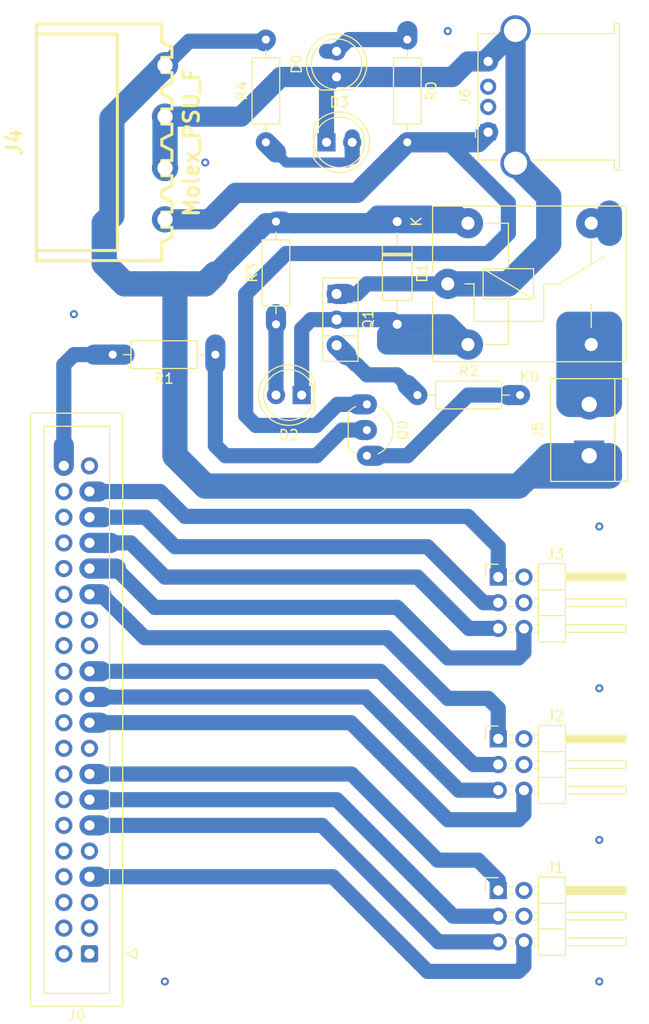
<source format=kicad_pcb>
(kicad_pcb (version 20171130) (host pcbnew 5.1.8)

  (general
    (thickness 1.6)
    (drawings 27)
    (tracks 224)
    (zones 0)
    (modules 19)
    (nets 61)
  )

  (page A4)
  (layers
    (0 F.Cu signal)
    (31 B.Cu signal)
    (32 B.Adhes user)
    (33 F.Adhes user)
    (34 B.Paste user)
    (35 F.Paste user)
    (36 B.SilkS user)
    (37 F.SilkS user)
    (38 B.Mask user)
    (39 F.Mask user)
    (40 Dwgs.User user)
    (41 Cmts.User user)
    (42 Eco1.User user)
    (43 Eco2.User user)
    (44 Edge.Cuts user)
    (45 Margin user)
    (46 B.CrtYd user)
    (47 F.CrtYd user)
    (48 B.Fab user)
    (49 F.Fab user)
  )

  (setup
    (last_trace_width 2)
    (user_trace_width 1)
    (user_trace_width 1.5)
    (user_trace_width 2)
    (user_trace_width 2.5)
    (trace_clearance 0.2)
    (zone_clearance 0.508)
    (zone_45_only no)
    (trace_min 0.2)
    (via_size 0.8)
    (via_drill 0.4)
    (via_min_size 0.4)
    (via_min_drill 0.3)
    (uvia_size 0.3)
    (uvia_drill 0.1)
    (uvias_allowed no)
    (uvia_min_size 0.2)
    (uvia_min_drill 0.1)
    (edge_width 0.05)
    (segment_width 0.2)
    (pcb_text_width 0.3)
    (pcb_text_size 1.5 1.5)
    (mod_edge_width 0.12)
    (mod_text_size 1 1)
    (mod_text_width 0.15)
    (pad_size 1.524 1.524)
    (pad_drill 0.762)
    (pad_to_mask_clearance 0)
    (aux_axis_origin 0 0)
    (visible_elements FFFFFF7F)
    (pcbplotparams
      (layerselection 0x010fc_ffffffff)
      (usegerberextensions false)
      (usegerberattributes true)
      (usegerberadvancedattributes true)
      (creategerberjobfile true)
      (excludeedgelayer true)
      (linewidth 0.100000)
      (plotframeref false)
      (viasonmask false)
      (mode 1)
      (useauxorigin false)
      (hpglpennumber 1)
      (hpglpenspeed 20)
      (hpglpendiameter 15.000000)
      (psnegative false)
      (psa4output false)
      (plotreference true)
      (plotvalue true)
      (plotinvisibletext false)
      (padsonsilk false)
      (subtractmaskfromsilk false)
      (outputformat 1)
      (mirror false)
      (drillshape 1)
      (scaleselection 1)
      (outputdirectory ""))
  )

  (net 0 "")
  (net 1 Earth)
  (net 2 "Net-(D0-Pad2)")
  (net 3 /12V+)
  (net 4 "Net-(D1-Pad2)")
  (net 5 "Net-(D2-Pad2)")
  (net 6 "Net-(D3-Pad2)")
  (net 7 "Net-(J0-Pad1)")
  (net 8 "Net-(J0-Pad2)")
  (net 9 "Net-(J0-Pad3)")
  (net 10 "Net-(J0-Pad4)")
  (net 11 "Net-(J0-Pad5)")
  (net 12 "Net-(J0-Pad6)")
  (net 13 /seg:1_bit:a_gpio:04)
  (net 14 "Net-(J0-Pad8)")
  (net 15 "Net-(J0-Pad9)")
  (net 16 "Net-(J0-Pad10)")
  (net 17 /seg:1_bit:b_gpio:17)
  (net 18 "Net-(J0-Pad12)")
  (net 19 /seg:1_bit:c_gpio:27)
  (net 20 "Net-(J0-Pad14)")
  (net 21 /seg:1_bit:d_gpio:22)
  (net 22 "Net-(J0-Pad16)")
  (net 23 "Net-(J0-Pad17)")
  (net 24 "Net-(J0-Pad18)")
  (net 25 /seg:2_bit:a_gpio:10)
  (net 26 "Net-(J0-Pad20)")
  (net 27 /seg:2_bit:b_gpio:09)
  (net 28 "Net-(J0-Pad22)")
  (net 29 /seg:2_bit:c_gpio:11)
  (net 30 "Net-(J0-Pad24)")
  (net 31 "Net-(J0-Pad25)")
  (net 32 "Net-(J0-Pad26)")
  (net 33 "Net-(J0-Pad27)")
  (net 34 "Net-(J0-Pad28)")
  (net 35 /seg:2_bit:d_gpio:05)
  (net 36 "Net-(J0-Pad30)")
  (net 37 /seg:3_bit:a_gpio:06)
  (net 38 "Net-(J0-Pad32)")
  (net 39 /seg:3_bit:b_gpio:13)
  (net 40 "Net-(J0-Pad34)")
  (net 41 /seg:3_bit:c_gpio:19)
  (net 42 "Net-(J0-Pad36)")
  (net 43 /seg:3_bit:d_gpio:26)
  (net 44 "Net-(J0-Pad38)")
  (net 45 "Net-(J0-Pad39)")
  (net 46 /SIREN_gpio:21)
  (net 47 /5V+)
  (net 48 "Net-(J5-Pad2)")
  (net 49 "Net-(J6-Pad2)")
  (net 50 "Net-(J6-Pad3)")
  (net 51 "Net-(K0-Pad12)")
  (net 52 "Net-(Q0-Pad2)")
  (net 53 "Net-(Q0-Pad3)")
  (net 54 "Net-(Q1-Pad3)")
  (net 55 "Net-(J1-Pad4)")
  (net 56 "Net-(J2-Pad4)")
  (net 57 "Net-(J3-Pad4)")
  (net 58 "Net-(J1-Pad2)")
  (net 59 "Net-(J2-Pad2)")
  (net 60 "Net-(J3-Pad2)")

  (net_class Default "This is the default net class."
    (clearance 0.2)
    (trace_width 0.25)
    (via_dia 0.8)
    (via_drill 0.4)
    (uvia_dia 0.3)
    (uvia_drill 0.1)
    (add_net /12V+)
    (add_net /5V+)
    (add_net /SIREN_gpio:21)
    (add_net /seg:1_bit:a_gpio:04)
    (add_net /seg:1_bit:b_gpio:17)
    (add_net /seg:1_bit:c_gpio:27)
    (add_net /seg:1_bit:d_gpio:22)
    (add_net /seg:2_bit:a_gpio:10)
    (add_net /seg:2_bit:b_gpio:09)
    (add_net /seg:2_bit:c_gpio:11)
    (add_net /seg:2_bit:d_gpio:05)
    (add_net /seg:3_bit:a_gpio:06)
    (add_net /seg:3_bit:b_gpio:13)
    (add_net /seg:3_bit:c_gpio:19)
    (add_net /seg:3_bit:d_gpio:26)
    (add_net Earth)
    (add_net "Net-(D0-Pad2)")
    (add_net "Net-(D1-Pad2)")
    (add_net "Net-(D2-Pad2)")
    (add_net "Net-(D3-Pad2)")
    (add_net "Net-(J0-Pad1)")
    (add_net "Net-(J0-Pad10)")
    (add_net "Net-(J0-Pad12)")
    (add_net "Net-(J0-Pad14)")
    (add_net "Net-(J0-Pad16)")
    (add_net "Net-(J0-Pad17)")
    (add_net "Net-(J0-Pad18)")
    (add_net "Net-(J0-Pad2)")
    (add_net "Net-(J0-Pad20)")
    (add_net "Net-(J0-Pad22)")
    (add_net "Net-(J0-Pad24)")
    (add_net "Net-(J0-Pad25)")
    (add_net "Net-(J0-Pad26)")
    (add_net "Net-(J0-Pad27)")
    (add_net "Net-(J0-Pad28)")
    (add_net "Net-(J0-Pad3)")
    (add_net "Net-(J0-Pad30)")
    (add_net "Net-(J0-Pad32)")
    (add_net "Net-(J0-Pad34)")
    (add_net "Net-(J0-Pad36)")
    (add_net "Net-(J0-Pad38)")
    (add_net "Net-(J0-Pad39)")
    (add_net "Net-(J0-Pad4)")
    (add_net "Net-(J0-Pad5)")
    (add_net "Net-(J0-Pad6)")
    (add_net "Net-(J0-Pad8)")
    (add_net "Net-(J0-Pad9)")
    (add_net "Net-(J1-Pad2)")
    (add_net "Net-(J1-Pad4)")
    (add_net "Net-(J2-Pad2)")
    (add_net "Net-(J2-Pad4)")
    (add_net "Net-(J3-Pad2)")
    (add_net "Net-(J3-Pad4)")
    (add_net "Net-(J5-Pad2)")
    (add_net "Net-(J6-Pad2)")
    (add_net "Net-(J6-Pad3)")
    (add_net "Net-(K0-Pad12)")
    (add_net "Net-(Q0-Pad2)")
    (add_net "Net-(Q0-Pad3)")
    (add_net "Net-(Q1-Pad3)")
  )

  (module Connector_IDC:IDC-Header_2x20_P2.54mm_Vertical (layer F.Cu) (tedit 5EAC9A07) (tstamp 5FBEEA0D)
    (at 124.54 132.26 180)
    (descr "Through hole IDC box header, 2x20, 2.54mm pitch, DIN 41651 / IEC 60603-13, double rows, https://docs.google.com/spreadsheets/d/16SsEcesNF15N3Lb4niX7dcUr-NY5_MFPQhobNuNppn4/edit#gid=0")
    (tags "Through hole vertical IDC box header THT 2x20 2.54mm double row")
    (path /5EA19BA2)
    (fp_text reference J0 (at 1.27 -6.1) (layer F.SilkS)
      (effects (font (size 1 1) (thickness 0.15)))
    )
    (fp_text value Rpi_40Pin_F (at 1.27 54.36) (layer F.Fab)
      (effects (font (size 1 1) (thickness 0.15)))
    )
    (fp_line (start 6.22 -5.6) (end -3.68 -5.6) (layer F.CrtYd) (width 0.05))
    (fp_line (start 6.22 53.86) (end 6.22 -5.6) (layer F.CrtYd) (width 0.05))
    (fp_line (start -3.68 53.86) (end 6.22 53.86) (layer F.CrtYd) (width 0.05))
    (fp_line (start -3.68 -5.6) (end -3.68 53.86) (layer F.CrtYd) (width 0.05))
    (fp_line (start -4.68 0.5) (end -3.68 0) (layer F.SilkS) (width 0.12))
    (fp_line (start -4.68 -0.5) (end -4.68 0.5) (layer F.SilkS) (width 0.12))
    (fp_line (start -3.68 0) (end -4.68 -0.5) (layer F.SilkS) (width 0.12))
    (fp_line (start -1.98 26.18) (end -3.29 26.18) (layer F.SilkS) (width 0.12))
    (fp_line (start -1.98 26.18) (end -1.98 26.18) (layer F.SilkS) (width 0.12))
    (fp_line (start -1.98 52.17) (end -1.98 26.18) (layer F.SilkS) (width 0.12))
    (fp_line (start 4.52 52.17) (end -1.98 52.17) (layer F.SilkS) (width 0.12))
    (fp_line (start 4.52 -3.91) (end 4.52 52.17) (layer F.SilkS) (width 0.12))
    (fp_line (start -1.98 -3.91) (end 4.52 -3.91) (layer F.SilkS) (width 0.12))
    (fp_line (start -1.98 22.08) (end -1.98 -3.91) (layer F.SilkS) (width 0.12))
    (fp_line (start -3.29 22.08) (end -1.98 22.08) (layer F.SilkS) (width 0.12))
    (fp_line (start -3.29 53.47) (end -3.29 -5.21) (layer F.SilkS) (width 0.12))
    (fp_line (start 5.83 53.47) (end -3.29 53.47) (layer F.SilkS) (width 0.12))
    (fp_line (start 5.83 -5.21) (end 5.83 53.47) (layer F.SilkS) (width 0.12))
    (fp_line (start -3.29 -5.21) (end 5.83 -5.21) (layer F.SilkS) (width 0.12))
    (fp_line (start -1.98 26.18) (end -3.18 26.18) (layer F.Fab) (width 0.1))
    (fp_line (start -1.98 26.18) (end -1.98 26.18) (layer F.Fab) (width 0.1))
    (fp_line (start -1.98 52.17) (end -1.98 26.18) (layer F.Fab) (width 0.1))
    (fp_line (start 4.52 52.17) (end -1.98 52.17) (layer F.Fab) (width 0.1))
    (fp_line (start 4.52 -3.91) (end 4.52 52.17) (layer F.Fab) (width 0.1))
    (fp_line (start -1.98 -3.91) (end 4.52 -3.91) (layer F.Fab) (width 0.1))
    (fp_line (start -1.98 22.08) (end -1.98 -3.91) (layer F.Fab) (width 0.1))
    (fp_line (start -3.18 22.08) (end -1.98 22.08) (layer F.Fab) (width 0.1))
    (fp_line (start -3.18 53.36) (end -3.18 -4.1) (layer F.Fab) (width 0.1))
    (fp_line (start 5.72 53.36) (end -3.18 53.36) (layer F.Fab) (width 0.1))
    (fp_line (start 5.72 -5.1) (end 5.72 53.36) (layer F.Fab) (width 0.1))
    (fp_line (start -2.18 -5.1) (end 5.72 -5.1) (layer F.Fab) (width 0.1))
    (fp_line (start -3.18 -4.1) (end -2.18 -5.1) (layer F.Fab) (width 0.1))
    (fp_text user %R (at 1.27 24.13 90) (layer F.Fab)
      (effects (font (size 1 1) (thickness 0.15)))
    )
    (pad 40 thru_hole circle (at 2.54 48.26 180) (size 1.7 1.7) (drill 1) (layers *.Cu *.Mask)
      (net 46 /SIREN_gpio:21))
    (pad 38 thru_hole circle (at 2.54 45.72 180) (size 1.7 1.7) (drill 1) (layers *.Cu *.Mask)
      (net 44 "Net-(J0-Pad38)"))
    (pad 36 thru_hole circle (at 2.54 43.18 180) (size 1.7 1.7) (drill 1) (layers *.Cu *.Mask)
      (net 42 "Net-(J0-Pad36)"))
    (pad 34 thru_hole circle (at 2.54 40.64 180) (size 1.7 1.7) (drill 1) (layers *.Cu *.Mask)
      (net 40 "Net-(J0-Pad34)"))
    (pad 32 thru_hole circle (at 2.54 38.1 180) (size 1.7 1.7) (drill 1) (layers *.Cu *.Mask)
      (net 38 "Net-(J0-Pad32)"))
    (pad 30 thru_hole circle (at 2.54 35.56 180) (size 1.7 1.7) (drill 1) (layers *.Cu *.Mask)
      (net 36 "Net-(J0-Pad30)"))
    (pad 28 thru_hole circle (at 2.54 33.02 180) (size 1.7 1.7) (drill 1) (layers *.Cu *.Mask)
      (net 34 "Net-(J0-Pad28)"))
    (pad 26 thru_hole circle (at 2.54 30.48 180) (size 1.7 1.7) (drill 1) (layers *.Cu *.Mask)
      (net 32 "Net-(J0-Pad26)"))
    (pad 24 thru_hole circle (at 2.54 27.94 180) (size 1.7 1.7) (drill 1) (layers *.Cu *.Mask)
      (net 30 "Net-(J0-Pad24)"))
    (pad 22 thru_hole circle (at 2.54 25.4 180) (size 1.7 1.7) (drill 1) (layers *.Cu *.Mask)
      (net 28 "Net-(J0-Pad22)"))
    (pad 20 thru_hole circle (at 2.54 22.86 180) (size 1.7 1.7) (drill 1) (layers *.Cu *.Mask)
      (net 26 "Net-(J0-Pad20)"))
    (pad 18 thru_hole circle (at 2.54 20.32 180) (size 1.7 1.7) (drill 1) (layers *.Cu *.Mask)
      (net 24 "Net-(J0-Pad18)"))
    (pad 16 thru_hole circle (at 2.54 17.78 180) (size 1.7 1.7) (drill 1) (layers *.Cu *.Mask)
      (net 22 "Net-(J0-Pad16)"))
    (pad 14 thru_hole circle (at 2.54 15.24 180) (size 1.7 1.7) (drill 1) (layers *.Cu *.Mask)
      (net 20 "Net-(J0-Pad14)"))
    (pad 12 thru_hole circle (at 2.54 12.7 180) (size 1.7 1.7) (drill 1) (layers *.Cu *.Mask)
      (net 18 "Net-(J0-Pad12)"))
    (pad 10 thru_hole circle (at 2.54 10.16 180) (size 1.7 1.7) (drill 1) (layers *.Cu *.Mask)
      (net 16 "Net-(J0-Pad10)"))
    (pad 8 thru_hole circle (at 2.54 7.62 180) (size 1.7 1.7) (drill 1) (layers *.Cu *.Mask)
      (net 14 "Net-(J0-Pad8)"))
    (pad 6 thru_hole circle (at 2.54 5.08 180) (size 1.7 1.7) (drill 1) (layers *.Cu *.Mask)
      (net 12 "Net-(J0-Pad6)"))
    (pad 4 thru_hole circle (at 2.54 2.54 180) (size 1.7 1.7) (drill 1) (layers *.Cu *.Mask)
      (net 10 "Net-(J0-Pad4)"))
    (pad 2 thru_hole circle (at 2.54 0 180) (size 1.7 1.7) (drill 1) (layers *.Cu *.Mask)
      (net 8 "Net-(J0-Pad2)"))
    (pad 39 thru_hole circle (at 0 48.26 180) (size 1.7 1.7) (drill 1) (layers *.Cu *.Mask)
      (net 45 "Net-(J0-Pad39)"))
    (pad 37 thru_hole circle (at 0 45.72 180) (size 1.7 1.7) (drill 1) (layers *.Cu *.Mask)
      (net 43 /seg:3_bit:d_gpio:26))
    (pad 35 thru_hole circle (at 0 43.18 180) (size 1.7 1.7) (drill 1) (layers *.Cu *.Mask)
      (net 41 /seg:3_bit:c_gpio:19))
    (pad 33 thru_hole circle (at 0 40.64 180) (size 1.7 1.7) (drill 1) (layers *.Cu *.Mask)
      (net 39 /seg:3_bit:b_gpio:13))
    (pad 31 thru_hole circle (at 0 38.1 180) (size 1.7 1.7) (drill 1) (layers *.Cu *.Mask)
      (net 37 /seg:3_bit:a_gpio:06))
    (pad 29 thru_hole circle (at 0 35.56 180) (size 1.7 1.7) (drill 1) (layers *.Cu *.Mask)
      (net 35 /seg:2_bit:d_gpio:05))
    (pad 27 thru_hole circle (at 0 33.02 180) (size 1.7 1.7) (drill 1) (layers *.Cu *.Mask)
      (net 33 "Net-(J0-Pad27)"))
    (pad 25 thru_hole circle (at 0 30.48 180) (size 1.7 1.7) (drill 1) (layers *.Cu *.Mask)
      (net 31 "Net-(J0-Pad25)"))
    (pad 23 thru_hole circle (at 0 27.94 180) (size 1.7 1.7) (drill 1) (layers *.Cu *.Mask)
      (net 29 /seg:2_bit:c_gpio:11))
    (pad 21 thru_hole circle (at 0 25.4 180) (size 1.7 1.7) (drill 1) (layers *.Cu *.Mask)
      (net 27 /seg:2_bit:b_gpio:09))
    (pad 19 thru_hole circle (at 0 22.86 180) (size 1.7 1.7) (drill 1) (layers *.Cu *.Mask)
      (net 25 /seg:2_bit:a_gpio:10))
    (pad 17 thru_hole circle (at 0 20.32 180) (size 1.7 1.7) (drill 1) (layers *.Cu *.Mask)
      (net 23 "Net-(J0-Pad17)"))
    (pad 15 thru_hole circle (at 0 17.78 180) (size 1.7 1.7) (drill 1) (layers *.Cu *.Mask)
      (net 21 /seg:1_bit:d_gpio:22))
    (pad 13 thru_hole circle (at 0 15.24 180) (size 1.7 1.7) (drill 1) (layers *.Cu *.Mask)
      (net 19 /seg:1_bit:c_gpio:27))
    (pad 11 thru_hole circle (at 0 12.7 180) (size 1.7 1.7) (drill 1) (layers *.Cu *.Mask)
      (net 17 /seg:1_bit:b_gpio:17))
    (pad 9 thru_hole circle (at 0 10.16 180) (size 1.7 1.7) (drill 1) (layers *.Cu *.Mask)
      (net 15 "Net-(J0-Pad9)"))
    (pad 7 thru_hole circle (at 0 7.62 180) (size 1.7 1.7) (drill 1) (layers *.Cu *.Mask)
      (net 13 /seg:1_bit:a_gpio:04))
    (pad 5 thru_hole circle (at 0 5.08 180) (size 1.7 1.7) (drill 1) (layers *.Cu *.Mask)
      (net 11 "Net-(J0-Pad5)"))
    (pad 3 thru_hole circle (at 0 2.54 180) (size 1.7 1.7) (drill 1) (layers *.Cu *.Mask)
      (net 9 "Net-(J0-Pad3)"))
    (pad 1 thru_hole roundrect (at 0 0 180) (size 1.7 1.7) (drill 1) (layers *.Cu *.Mask) (roundrect_rratio 0.147059)
      (net 7 "Net-(J0-Pad1)"))
    (model ${KISYS3DMOD}/Connector_IDC.3dshapes/IDC-Header_2x20_P2.54mm_Vertical.wrl
      (at (xyz 0 0 0))
      (scale (xyz 1 1 1))
      (rotate (xyz 0 0 0))
    )
  )

  (module Relay_THT:Relay_SPDT_Finder_36.11 (layer F.Cu) (tedit 5FBC0DE1) (tstamp 5FBC8485)
    (at 160 66)
    (descr "FINDER 36.11, SPDT relay, 10A, https://gfinder.findernet.com/public/attachments/36/EN/S36EN.pdf")
    (tags "spdt relay")
    (path /5ECA0675)
    (fp_text reference K0 (at 8.1 9.2) (layer F.SilkS)
      (effects (font (size 1 1) (thickness 0.15)))
    )
    (fp_text value RELRAS0515 (at 8 -9.6) (layer F.Fab)
      (effects (font (size 1 1) (thickness 0.15)))
    )
    (fp_line (start 8.5 1.5) (end 3.5 1.5) (layer F.SilkS) (width 0.12))
    (fp_line (start 8.5 -1.5) (end 8.5 1.5) (layer F.SilkS) (width 0.12))
    (fp_line (start 3.5 -1.5) (end 8.5 -1.5) (layer F.SilkS) (width 0.12))
    (fp_line (start 3.5 1.5) (end 3.5 -1.5) (layer F.SilkS) (width 0.12))
    (fp_line (start 8.5 1.5) (end 3.5 -1.5) (layer F.SilkS) (width 0.12))
    (fp_line (start 6 1.5) (end 6 6) (layer F.SilkS) (width 0.12))
    (fp_line (start 6 -6) (end 6 -1.5) (layer F.SilkS) (width 0.12))
    (fp_line (start 2.6 0) (end 2.6 3.7) (layer F.SilkS) (width 0.12))
    (fp_line (start 9.5 0) (end 9.5 3.7) (layer F.SilkS) (width 0.12))
    (fp_line (start 9.5 3.7) (end 2.6 3.7) (layer F.SilkS) (width 0.12))
    (fp_line (start 11 0) (end 15.5 -2.7) (layer F.SilkS) (width 0.12))
    (fp_line (start 9.5 0) (end 11 0) (layer F.SilkS) (width 0.12))
    (fp_line (start 6 -6) (end 3.7 -6) (layer F.SilkS) (width 0.12))
    (fp_line (start 2.6 0) (end 1.7 0) (layer F.SilkS) (width 0.12))
    (fp_line (start 3.7 6) (end 6 6) (layer F.SilkS) (width 0.12))
    (fp_line (start 14.2 -4.3) (end 14.2 -2) (layer F.SilkS) (width 0.12))
    (fp_line (start 14.2 4.3) (end 14.2 2) (layer F.SilkS) (width 0.12))
    (fp_line (start -1.75 7.85) (end 17.85 7.85) (layer F.CrtYd) (width 0.05))
    (fp_line (start 17.85 -7.85) (end 17.85 7.85) (layer F.CrtYd) (width 0.05))
    (fp_line (start -1.75 7.85) (end -1.75 -7.85) (layer F.CrtYd) (width 0.05))
    (fp_line (start 17.85 -7.85) (end -1.75 -7.85) (layer F.CrtYd) (width 0.05))
    (fp_line (start -1.4 7.6) (end -1.4 -7.6) (layer F.Fab) (width 0.1))
    (fp_line (start 17.6 7.6) (end -1.4 7.6) (layer F.Fab) (width 0.1))
    (fp_line (start 17.6 -7.6) (end 17.6 7.6) (layer F.Fab) (width 0.1))
    (fp_line (start -1.4 -7.6) (end 17.6 -7.6) (layer F.Fab) (width 0.1))
    (fp_line (start 17.7 7.7) (end -1.5 7.7) (layer F.SilkS) (width 0.12))
    (fp_line (start 17.7 -7.7) (end 17.7 7.7) (layer F.SilkS) (width 0.12))
    (fp_line (start -1.5 -7.7) (end 17.7 -7.7) (layer F.SilkS) (width 0.12))
    (fp_line (start -1.5 -7.7) (end -1.5 -1.2) (layer F.SilkS) (width 0.12))
    (fp_line (start -1.5 1.2) (end -1.5 7.7) (layer F.SilkS) (width 0.12))
    (fp_text user %R (at 7.1 0.025) (layer F.Fab)
      (effects (font (size 1 1) (thickness 0.15)))
    )
    (pad A2 thru_hole circle (at 2 6) (size 3 3) (drill 1.3) (layers *.Cu *.Mask)
      (net 4 "Net-(D1-Pad2)"))
    (pad 14 thru_hole circle (at 14.2 6) (size 3 3) (drill 1.3) (layers *.Cu *.Mask)
      (net 48 "Net-(J5-Pad2)"))
    (pad 12 thru_hole circle (at 14.2 -6) (size 3 3) (drill 1.3) (layers *.Cu *.Mask)
      (net 51 "Net-(K0-Pad12)"))
    (pad A1 thru_hole circle (at 2 -6) (size 3 3) (drill 1.3) (layers *.Cu *.Mask)
      (net 3 /12V+))
    (pad 11 thru_hole circle (at 0 0) (size 3 3) (drill 1.3) (layers *.Cu *.Mask)
      (net 1 Earth))
    (model ${KISYS3DMOD}/Relay_THT.3dshapes/Relay_SPDT_Finder_36.11.wrl
      (at (xyz 0 0 0))
      (scale (xyz 1 1 1))
      (rotate (xyz 0 0 0))
    )
  )

  (module Package_TO_SOT_THT:TO-92_Inline_Wide (layer F.Cu) (tedit 5A02FF81) (tstamp 5FB5B534)
    (at 152 77.92 270)
    (descr "TO-92 leads in-line, wide, drill 0.75mm (see NXP sot054_po.pdf)")
    (tags "to-92 sc-43 sc-43a sot54 PA33 transistor")
    (path /5ED48271)
    (fp_text reference Q0 (at 2.54 -3.56 90) (layer F.SilkS)
      (effects (font (size 1 1) (thickness 0.15)))
    )
    (fp_text value BC548C (at 2.54 2.79 90) (layer F.Fab)
      (effects (font (size 1 1) (thickness 0.15)))
    )
    (fp_line (start 0.74 1.85) (end 4.34 1.85) (layer F.SilkS) (width 0.12))
    (fp_line (start 0.8 1.75) (end 4.3 1.75) (layer F.Fab) (width 0.1))
    (fp_line (start -1.01 -2.73) (end 6.09 -2.73) (layer F.CrtYd) (width 0.05))
    (fp_line (start -1.01 -2.73) (end -1.01 2.01) (layer F.CrtYd) (width 0.05))
    (fp_line (start 6.09 2.01) (end 6.09 -2.73) (layer F.CrtYd) (width 0.05))
    (fp_line (start 6.09 2.01) (end -1.01 2.01) (layer F.CrtYd) (width 0.05))
    (fp_arc (start 2.54 0) (end 4.34 1.85) (angle -20) (layer F.SilkS) (width 0.12))
    (fp_arc (start 2.54 0) (end 2.54 -2.48) (angle -135) (layer F.Fab) (width 0.1))
    (fp_arc (start 2.54 0) (end 2.54 -2.48) (angle 135) (layer F.Fab) (width 0.1))
    (fp_arc (start 2.54 0) (end 2.54 -2.6) (angle 65) (layer F.SilkS) (width 0.12))
    (fp_arc (start 2.54 0) (end 2.54 -2.6) (angle -65) (layer F.SilkS) (width 0.12))
    (fp_arc (start 2.54 0) (end 0.74 1.85) (angle 20) (layer F.SilkS) (width 0.12))
    (fp_text user %R (at 3.54 -5 90) (layer F.Fab)
      (effects (font (size 1 1) (thickness 0.15)))
    )
    (pad 1 thru_hole rect (at 0 0 270) (size 1.5 1.5) (drill 0.8) (layers *.Cu *.Mask)
      (net 47 /5V+))
    (pad 3 thru_hole circle (at 5.08 0 270) (size 1.5 1.5) (drill 0.8) (layers *.Cu *.Mask)
      (net 53 "Net-(Q0-Pad3)"))
    (pad 2 thru_hole circle (at 2.54 0 270) (size 1.5 1.5) (drill 0.8) (layers *.Cu *.Mask)
      (net 52 "Net-(Q0-Pad2)"))
    (model ${KISYS3DMOD}/Package_TO_SOT_THT.3dshapes/TO-92_Inline_Wide.wrl
      (at (xyz 0 0 0))
      (scale (xyz 1 1 1))
      (rotate (xyz 0 0 0))
    )
  )

  (module LED_THT:LED_D5.0mm (layer F.Cu) (tedit 5995936A) (tstamp 5FB5B152)
    (at 149 45.54 90)
    (descr "LED, diameter 5.0mm, 2 pins, http://cdn-reichelt.de/documents/datenblatt/A500/LL-504BC2E-009.pdf")
    (tags "LED diameter 5.0mm 2 pins")
    (path /5EC196E4)
    (fp_text reference D0 (at 1.27 -3.96 90) (layer F.SilkS)
      (effects (font (size 1 1) (thickness 0.15)))
    )
    (fp_text value LED_2V_20mA (at 1.27 3.96 90) (layer F.Fab)
      (effects (font (size 1 1) (thickness 0.15)))
    )
    (fp_circle (center 1.27 0) (end 3.77 0) (layer F.Fab) (width 0.1))
    (fp_circle (center 1.27 0) (end 3.77 0) (layer F.SilkS) (width 0.12))
    (fp_line (start -1.23 -1.469694) (end -1.23 1.469694) (layer F.Fab) (width 0.1))
    (fp_line (start -1.29 -1.545) (end -1.29 1.545) (layer F.SilkS) (width 0.12))
    (fp_line (start -1.95 -3.25) (end -1.95 3.25) (layer F.CrtYd) (width 0.05))
    (fp_line (start -1.95 3.25) (end 4.5 3.25) (layer F.CrtYd) (width 0.05))
    (fp_line (start 4.5 3.25) (end 4.5 -3.25) (layer F.CrtYd) (width 0.05))
    (fp_line (start 4.5 -3.25) (end -1.95 -3.25) (layer F.CrtYd) (width 0.05))
    (fp_arc (start 1.27 0) (end -1.23 -1.469694) (angle 299.1) (layer F.Fab) (width 0.1))
    (fp_arc (start 1.27 0) (end -1.29 -1.54483) (angle 148.9) (layer F.SilkS) (width 0.12))
    (fp_arc (start 1.27 0) (end -1.29 1.54483) (angle -148.9) (layer F.SilkS) (width 0.12))
    (fp_text user %R (at 1.25 0 90) (layer F.Fab)
      (effects (font (size 0.8 0.8) (thickness 0.2)))
    )
    (pad 1 thru_hole rect (at 0 0 90) (size 1.8 1.8) (drill 0.9) (layers *.Cu *.Mask)
      (net 1 Earth))
    (pad 2 thru_hole circle (at 2.54 0 90) (size 1.8 1.8) (drill 0.9) (layers *.Cu *.Mask)
      (net 2 "Net-(D0-Pad2)"))
    (model ${KISYS3DMOD}/LED_THT.3dshapes/LED_D5.0mm.wrl
      (at (xyz 0 0 0))
      (scale (xyz 1 1 1))
      (rotate (xyz 0 0 0))
    )
  )

  (module Diode_THT:D_A-405_P10.16mm_Horizontal (layer F.Cu) (tedit 5AE50CD5) (tstamp 5FB5B345)
    (at 155 59.84 270)
    (descr "Diode, A-405 series, Axial, Horizontal, pin pitch=10.16mm, , length*diameter=5.2*2.7mm^2, , http://www.diodes.com/_files/packages/A-405.pdf")
    (tags "Diode A-405 series Axial Horizontal pin pitch 10.16mm  length 5.2mm diameter 2.7mm")
    (path /5EC1AB93)
    (fp_text reference D1 (at 5.08 -2.47 90) (layer F.SilkS)
      (effects (font (size 1 1) (thickness 0.15)))
    )
    (fp_text value 1N4007 (at 5.08 2.47 90) (layer F.Fab)
      (effects (font (size 1 1) (thickness 0.15)))
    )
    (fp_line (start 2.48 -1.35) (end 2.48 1.35) (layer F.Fab) (width 0.1))
    (fp_line (start 2.48 1.35) (end 7.68 1.35) (layer F.Fab) (width 0.1))
    (fp_line (start 7.68 1.35) (end 7.68 -1.35) (layer F.Fab) (width 0.1))
    (fp_line (start 7.68 -1.35) (end 2.48 -1.35) (layer F.Fab) (width 0.1))
    (fp_line (start 0 0) (end 2.48 0) (layer F.Fab) (width 0.1))
    (fp_line (start 10.16 0) (end 7.68 0) (layer F.Fab) (width 0.1))
    (fp_line (start 3.26 -1.35) (end 3.26 1.35) (layer F.Fab) (width 0.1))
    (fp_line (start 3.36 -1.35) (end 3.36 1.35) (layer F.Fab) (width 0.1))
    (fp_line (start 3.16 -1.35) (end 3.16 1.35) (layer F.Fab) (width 0.1))
    (fp_line (start 2.36 -1.47) (end 2.36 1.47) (layer F.SilkS) (width 0.12))
    (fp_line (start 2.36 1.47) (end 7.8 1.47) (layer F.SilkS) (width 0.12))
    (fp_line (start 7.8 1.47) (end 7.8 -1.47) (layer F.SilkS) (width 0.12))
    (fp_line (start 7.8 -1.47) (end 2.36 -1.47) (layer F.SilkS) (width 0.12))
    (fp_line (start 1.14 0) (end 2.36 0) (layer F.SilkS) (width 0.12))
    (fp_line (start 9.02 0) (end 7.8 0) (layer F.SilkS) (width 0.12))
    (fp_line (start 3.26 -1.47) (end 3.26 1.47) (layer F.SilkS) (width 0.12))
    (fp_line (start 3.38 -1.47) (end 3.38 1.47) (layer F.SilkS) (width 0.12))
    (fp_line (start 3.14 -1.47) (end 3.14 1.47) (layer F.SilkS) (width 0.12))
    (fp_line (start -1.15 -1.6) (end -1.15 1.6) (layer F.CrtYd) (width 0.05))
    (fp_line (start -1.15 1.6) (end 11.31 1.6) (layer F.CrtYd) (width 0.05))
    (fp_line (start 11.31 1.6) (end 11.31 -1.6) (layer F.CrtYd) (width 0.05))
    (fp_line (start 11.31 -1.6) (end -1.15 -1.6) (layer F.CrtYd) (width 0.05))
    (fp_text user %R (at 5.47 0 90) (layer F.Fab)
      (effects (font (size 1 1) (thickness 0.15)))
    )
    (fp_text user K (at 0 -1.9 90) (layer F.Fab)
      (effects (font (size 1 1) (thickness 0.15)))
    )
    (fp_text user K (at 0 -1.9 90) (layer F.SilkS)
      (effects (font (size 1 1) (thickness 0.15)))
    )
    (pad 1 thru_hole rect (at 0 0 270) (size 1.8 1.8) (drill 0.9) (layers *.Cu *.Mask)
      (net 3 /12V+))
    (pad 2 thru_hole oval (at 10.16 0 270) (size 1.8 1.8) (drill 0.9) (layers *.Cu *.Mask)
      (net 4 "Net-(D1-Pad2)"))
    (model ${KISYS3DMOD}/Diode_THT.3dshapes/D_A-405_P10.16mm_Horizontal.wrl
      (at (xyz 0 0 0))
      (scale (xyz 1 1 1))
      (rotate (xyz 0 0 0))
    )
  )

  (module LED_THT:LED_D5.0mm (layer F.Cu) (tedit 5995936A) (tstamp 5FB5B357)
    (at 145.54 77 180)
    (descr "LED, diameter 5.0mm, 2 pins, http://cdn-reichelt.de/documents/datenblatt/A500/LL-504BC2E-009.pdf")
    (tags "LED diameter 5.0mm 2 pins")
    (path /5EDC36BC)
    (fp_text reference D2 (at 1.27 -3.96) (layer F.SilkS)
      (effects (font (size 1 1) (thickness 0.15)))
    )
    (fp_text value LED_2V_20mA (at 1.27 3.96) (layer F.Fab)
      (effects (font (size 1 1) (thickness 0.15)))
    )
    (fp_line (start 4.5 -3.25) (end -1.95 -3.25) (layer F.CrtYd) (width 0.05))
    (fp_line (start 4.5 3.25) (end 4.5 -3.25) (layer F.CrtYd) (width 0.05))
    (fp_line (start -1.95 3.25) (end 4.5 3.25) (layer F.CrtYd) (width 0.05))
    (fp_line (start -1.95 -3.25) (end -1.95 3.25) (layer F.CrtYd) (width 0.05))
    (fp_line (start -1.29 -1.545) (end -1.29 1.545) (layer F.SilkS) (width 0.12))
    (fp_line (start -1.23 -1.469694) (end -1.23 1.469694) (layer F.Fab) (width 0.1))
    (fp_circle (center 1.27 0) (end 3.77 0) (layer F.SilkS) (width 0.12))
    (fp_circle (center 1.27 0) (end 3.77 0) (layer F.Fab) (width 0.1))
    (fp_text user %R (at 1.25 0) (layer F.Fab)
      (effects (font (size 0.8 0.8) (thickness 0.2)))
    )
    (fp_arc (start 1.27 0) (end -1.29 1.54483) (angle -148.9) (layer F.SilkS) (width 0.12))
    (fp_arc (start 1.27 0) (end -1.29 -1.54483) (angle 148.9) (layer F.SilkS) (width 0.12))
    (fp_arc (start 1.27 0) (end -1.23 -1.469694) (angle 299.1) (layer F.Fab) (width 0.1))
    (pad 2 thru_hole circle (at 2.54 0 180) (size 1.8 1.8) (drill 0.9) (layers *.Cu *.Mask)
      (net 5 "Net-(D2-Pad2)"))
    (pad 1 thru_hole rect (at 0 0 180) (size 1.8 1.8) (drill 0.9) (layers *.Cu *.Mask)
      (net 4 "Net-(D1-Pad2)"))
    (model ${KISYS3DMOD}/LED_THT.3dshapes/LED_D5.0mm.wrl
      (at (xyz 0 0 0))
      (scale (xyz 1 1 1))
      (rotate (xyz 0 0 0))
    )
  )

  (module LED_THT:LED_D5.0mm (layer F.Cu) (tedit 5995936A) (tstamp 5FB5B369)
    (at 148 52)
    (descr "LED, diameter 5.0mm, 2 pins, http://cdn-reichelt.de/documents/datenblatt/A500/LL-504BC2E-009.pdf")
    (tags "LED diameter 5.0mm 2 pins")
    (path /5FCABBDF)
    (fp_text reference D3 (at 1.27 -3.96) (layer F.SilkS)
      (effects (font (size 1 1) (thickness 0.15)))
    )
    (fp_text value LED_2V_20mA (at 1.27 3.96) (layer F.Fab)
      (effects (font (size 1 1) (thickness 0.15)))
    )
    (fp_circle (center 1.27 0) (end 3.77 0) (layer F.Fab) (width 0.1))
    (fp_circle (center 1.27 0) (end 3.77 0) (layer F.SilkS) (width 0.12))
    (fp_line (start -1.23 -1.469694) (end -1.23 1.469694) (layer F.Fab) (width 0.1))
    (fp_line (start -1.29 -1.545) (end -1.29 1.545) (layer F.SilkS) (width 0.12))
    (fp_line (start -1.95 -3.25) (end -1.95 3.25) (layer F.CrtYd) (width 0.05))
    (fp_line (start -1.95 3.25) (end 4.5 3.25) (layer F.CrtYd) (width 0.05))
    (fp_line (start 4.5 3.25) (end 4.5 -3.25) (layer F.CrtYd) (width 0.05))
    (fp_line (start 4.5 -3.25) (end -1.95 -3.25) (layer F.CrtYd) (width 0.05))
    (fp_arc (start 1.27 0) (end -1.23 -1.469694) (angle 299.1) (layer F.Fab) (width 0.1))
    (fp_arc (start 1.27 0) (end -1.29 -1.54483) (angle 148.9) (layer F.SilkS) (width 0.12))
    (fp_arc (start 1.27 0) (end -1.29 1.54483) (angle -148.9) (layer F.SilkS) (width 0.12))
    (fp_text user %R (at 1.25 0) (layer F.Fab)
      (effects (font (size 0.8 0.8) (thickness 0.2)))
    )
    (pad 1 thru_hole rect (at 0 0) (size 1.8 1.8) (drill 0.9) (layers *.Cu *.Mask)
      (net 1 Earth))
    (pad 2 thru_hole circle (at 2.54 0) (size 1.8 1.8) (drill 0.9) (layers *.Cu *.Mask)
      (net 6 "Net-(D3-Pad2)"))
    (model ${KISYS3DMOD}/LED_THT.3dshapes/LED_D5.0mm.wrl
      (at (xyz 0 0 0))
      (scale (xyz 1 1 1))
      (rotate (xyz 0 0 0))
    )
  )

  (module Connector_PinHeader_2.54mm:PinHeader_2x03_P2.54mm_Horizontal (layer F.Cu) (tedit 59FED5CB) (tstamp 5FB66A17)
    (at 165 126)
    (descr "Through hole angled pin header, 2x03, 2.54mm pitch, 6mm pin length, double rows")
    (tags "Through hole angled pin header THT 2x03 2.54mm double row")
    (path /5EA22E2D)
    (fp_text reference J1 (at 5.655 -2.27) (layer F.SilkS)
      (effects (font (size 1 1) (thickness 0.15)))
    )
    (fp_text value Control_seg:1 (at 5.655 7.35) (layer F.Fab)
      (effects (font (size 1 1) (thickness 0.15)))
    )
    (fp_line (start 4.675 -1.27) (end 6.58 -1.27) (layer F.Fab) (width 0.1))
    (fp_line (start 6.58 -1.27) (end 6.58 6.35) (layer F.Fab) (width 0.1))
    (fp_line (start 6.58 6.35) (end 4.04 6.35) (layer F.Fab) (width 0.1))
    (fp_line (start 4.04 6.35) (end 4.04 -0.635) (layer F.Fab) (width 0.1))
    (fp_line (start 4.04 -0.635) (end 4.675 -1.27) (layer F.Fab) (width 0.1))
    (fp_line (start -0.32 -0.32) (end 4.04 -0.32) (layer F.Fab) (width 0.1))
    (fp_line (start -0.32 -0.32) (end -0.32 0.32) (layer F.Fab) (width 0.1))
    (fp_line (start -0.32 0.32) (end 4.04 0.32) (layer F.Fab) (width 0.1))
    (fp_line (start 6.58 -0.32) (end 12.58 -0.32) (layer F.Fab) (width 0.1))
    (fp_line (start 12.58 -0.32) (end 12.58 0.32) (layer F.Fab) (width 0.1))
    (fp_line (start 6.58 0.32) (end 12.58 0.32) (layer F.Fab) (width 0.1))
    (fp_line (start -0.32 2.22) (end 4.04 2.22) (layer F.Fab) (width 0.1))
    (fp_line (start -0.32 2.22) (end -0.32 2.86) (layer F.Fab) (width 0.1))
    (fp_line (start -0.32 2.86) (end 4.04 2.86) (layer F.Fab) (width 0.1))
    (fp_line (start 6.58 2.22) (end 12.58 2.22) (layer F.Fab) (width 0.1))
    (fp_line (start 12.58 2.22) (end 12.58 2.86) (layer F.Fab) (width 0.1))
    (fp_line (start 6.58 2.86) (end 12.58 2.86) (layer F.Fab) (width 0.1))
    (fp_line (start -0.32 4.76) (end 4.04 4.76) (layer F.Fab) (width 0.1))
    (fp_line (start -0.32 4.76) (end -0.32 5.4) (layer F.Fab) (width 0.1))
    (fp_line (start -0.32 5.4) (end 4.04 5.4) (layer F.Fab) (width 0.1))
    (fp_line (start 6.58 4.76) (end 12.58 4.76) (layer F.Fab) (width 0.1))
    (fp_line (start 12.58 4.76) (end 12.58 5.4) (layer F.Fab) (width 0.1))
    (fp_line (start 6.58 5.4) (end 12.58 5.4) (layer F.Fab) (width 0.1))
    (fp_line (start 3.98 -1.33) (end 3.98 6.41) (layer F.SilkS) (width 0.12))
    (fp_line (start 3.98 6.41) (end 6.64 6.41) (layer F.SilkS) (width 0.12))
    (fp_line (start 6.64 6.41) (end 6.64 -1.33) (layer F.SilkS) (width 0.12))
    (fp_line (start 6.64 -1.33) (end 3.98 -1.33) (layer F.SilkS) (width 0.12))
    (fp_line (start 6.64 -0.38) (end 12.64 -0.38) (layer F.SilkS) (width 0.12))
    (fp_line (start 12.64 -0.38) (end 12.64 0.38) (layer F.SilkS) (width 0.12))
    (fp_line (start 12.64 0.38) (end 6.64 0.38) (layer F.SilkS) (width 0.12))
    (fp_line (start 6.64 -0.32) (end 12.64 -0.32) (layer F.SilkS) (width 0.12))
    (fp_line (start 6.64 -0.2) (end 12.64 -0.2) (layer F.SilkS) (width 0.12))
    (fp_line (start 6.64 -0.08) (end 12.64 -0.08) (layer F.SilkS) (width 0.12))
    (fp_line (start 6.64 0.04) (end 12.64 0.04) (layer F.SilkS) (width 0.12))
    (fp_line (start 6.64 0.16) (end 12.64 0.16) (layer F.SilkS) (width 0.12))
    (fp_line (start 6.64 0.28) (end 12.64 0.28) (layer F.SilkS) (width 0.12))
    (fp_line (start 3.582929 -0.38) (end 3.98 -0.38) (layer F.SilkS) (width 0.12))
    (fp_line (start 3.582929 0.38) (end 3.98 0.38) (layer F.SilkS) (width 0.12))
    (fp_line (start 1.11 -0.38) (end 1.497071 -0.38) (layer F.SilkS) (width 0.12))
    (fp_line (start 1.11 0.38) (end 1.497071 0.38) (layer F.SilkS) (width 0.12))
    (fp_line (start 3.98 1.27) (end 6.64 1.27) (layer F.SilkS) (width 0.12))
    (fp_line (start 6.64 2.16) (end 12.64 2.16) (layer F.SilkS) (width 0.12))
    (fp_line (start 12.64 2.16) (end 12.64 2.92) (layer F.SilkS) (width 0.12))
    (fp_line (start 12.64 2.92) (end 6.64 2.92) (layer F.SilkS) (width 0.12))
    (fp_line (start 3.582929 2.16) (end 3.98 2.16) (layer F.SilkS) (width 0.12))
    (fp_line (start 3.582929 2.92) (end 3.98 2.92) (layer F.SilkS) (width 0.12))
    (fp_line (start 1.042929 2.16) (end 1.497071 2.16) (layer F.SilkS) (width 0.12))
    (fp_line (start 1.042929 2.92) (end 1.497071 2.92) (layer F.SilkS) (width 0.12))
    (fp_line (start 3.98 3.81) (end 6.64 3.81) (layer F.SilkS) (width 0.12))
    (fp_line (start 6.64 4.7) (end 12.64 4.7) (layer F.SilkS) (width 0.12))
    (fp_line (start 12.64 4.7) (end 12.64 5.46) (layer F.SilkS) (width 0.12))
    (fp_line (start 12.64 5.46) (end 6.64 5.46) (layer F.SilkS) (width 0.12))
    (fp_line (start 3.582929 4.7) (end 3.98 4.7) (layer F.SilkS) (width 0.12))
    (fp_line (start 3.582929 5.46) (end 3.98 5.46) (layer F.SilkS) (width 0.12))
    (fp_line (start 1.042929 4.7) (end 1.497071 4.7) (layer F.SilkS) (width 0.12))
    (fp_line (start 1.042929 5.46) (end 1.497071 5.46) (layer F.SilkS) (width 0.12))
    (fp_line (start -1.27 0) (end -1.27 -1.27) (layer F.SilkS) (width 0.12))
    (fp_line (start -1.27 -1.27) (end 0 -1.27) (layer F.SilkS) (width 0.12))
    (fp_line (start -1.8 -1.8) (end -1.8 6.85) (layer F.CrtYd) (width 0.05))
    (fp_line (start -1.8 6.85) (end 13.1 6.85) (layer F.CrtYd) (width 0.05))
    (fp_line (start 13.1 6.85) (end 13.1 -1.8) (layer F.CrtYd) (width 0.05))
    (fp_line (start 13.1 -1.8) (end -1.8 -1.8) (layer F.CrtYd) (width 0.05))
    (fp_text user %R (at 5.31 2.54 90) (layer F.Fab)
      (effects (font (size 1 1) (thickness 0.15)))
    )
    (pad 1 thru_hole rect (at 0 0) (size 1.7 1.7) (drill 1) (layers *.Cu *.Mask)
      (net 21 /seg:1_bit:d_gpio:22))
    (pad 2 thru_hole oval (at 2.54 0) (size 1.7 1.7) (drill 1) (layers *.Cu *.Mask)
      (net 58 "Net-(J1-Pad2)"))
    (pad 3 thru_hole oval (at 0 2.54) (size 1.7 1.7) (drill 1) (layers *.Cu *.Mask)
      (net 19 /seg:1_bit:c_gpio:27))
    (pad 4 thru_hole oval (at 2.54 2.54) (size 1.7 1.7) (drill 1) (layers *.Cu *.Mask)
      (net 55 "Net-(J1-Pad4)"))
    (pad 5 thru_hole oval (at 0 5.08) (size 1.7 1.7) (drill 1) (layers *.Cu *.Mask)
      (net 17 /seg:1_bit:b_gpio:17))
    (pad 6 thru_hole oval (at 2.54 5.08) (size 1.7 1.7) (drill 1) (layers *.Cu *.Mask)
      (net 13 /seg:1_bit:a_gpio:04))
    (model ${KISYS3DMOD}/Connector_PinHeader_2.54mm.3dshapes/PinHeader_2x03_P2.54mm_Horizontal.wrl
      (at (xyz 0 0 0))
      (scale (xyz 1 1 1))
      (rotate (xyz 0 0 0))
    )
  )

  (module Connector_PinHeader_2.54mm:PinHeader_2x03_P2.54mm_Horizontal (layer F.Cu) (tedit 59FED5CB) (tstamp 5FB5B439)
    (at 165 111)
    (descr "Through hole angled pin header, 2x03, 2.54mm pitch, 6mm pin length, double rows")
    (tags "Through hole angled pin header THT 2x03 2.54mm double row")
    (path /5EA23348)
    (fp_text reference J2 (at 5.655 -2.27) (layer F.SilkS)
      (effects (font (size 1 1) (thickness 0.15)))
    )
    (fp_text value Control_seg:2 (at 5.655 7.35) (layer F.Fab)
      (effects (font (size 1 1) (thickness 0.15)))
    )
    (fp_line (start 13.1 -1.8) (end -1.8 -1.8) (layer F.CrtYd) (width 0.05))
    (fp_line (start 13.1 6.85) (end 13.1 -1.8) (layer F.CrtYd) (width 0.05))
    (fp_line (start -1.8 6.85) (end 13.1 6.85) (layer F.CrtYd) (width 0.05))
    (fp_line (start -1.8 -1.8) (end -1.8 6.85) (layer F.CrtYd) (width 0.05))
    (fp_line (start -1.27 -1.27) (end 0 -1.27) (layer F.SilkS) (width 0.12))
    (fp_line (start -1.27 0) (end -1.27 -1.27) (layer F.SilkS) (width 0.12))
    (fp_line (start 1.042929 5.46) (end 1.497071 5.46) (layer F.SilkS) (width 0.12))
    (fp_line (start 1.042929 4.7) (end 1.497071 4.7) (layer F.SilkS) (width 0.12))
    (fp_line (start 3.582929 5.46) (end 3.98 5.46) (layer F.SilkS) (width 0.12))
    (fp_line (start 3.582929 4.7) (end 3.98 4.7) (layer F.SilkS) (width 0.12))
    (fp_line (start 12.64 5.46) (end 6.64 5.46) (layer F.SilkS) (width 0.12))
    (fp_line (start 12.64 4.7) (end 12.64 5.46) (layer F.SilkS) (width 0.12))
    (fp_line (start 6.64 4.7) (end 12.64 4.7) (layer F.SilkS) (width 0.12))
    (fp_line (start 3.98 3.81) (end 6.64 3.81) (layer F.SilkS) (width 0.12))
    (fp_line (start 1.042929 2.92) (end 1.497071 2.92) (layer F.SilkS) (width 0.12))
    (fp_line (start 1.042929 2.16) (end 1.497071 2.16) (layer F.SilkS) (width 0.12))
    (fp_line (start 3.582929 2.92) (end 3.98 2.92) (layer F.SilkS) (width 0.12))
    (fp_line (start 3.582929 2.16) (end 3.98 2.16) (layer F.SilkS) (width 0.12))
    (fp_line (start 12.64 2.92) (end 6.64 2.92) (layer F.SilkS) (width 0.12))
    (fp_line (start 12.64 2.16) (end 12.64 2.92) (layer F.SilkS) (width 0.12))
    (fp_line (start 6.64 2.16) (end 12.64 2.16) (layer F.SilkS) (width 0.12))
    (fp_line (start 3.98 1.27) (end 6.64 1.27) (layer F.SilkS) (width 0.12))
    (fp_line (start 1.11 0.38) (end 1.497071 0.38) (layer F.SilkS) (width 0.12))
    (fp_line (start 1.11 -0.38) (end 1.497071 -0.38) (layer F.SilkS) (width 0.12))
    (fp_line (start 3.582929 0.38) (end 3.98 0.38) (layer F.SilkS) (width 0.12))
    (fp_line (start 3.582929 -0.38) (end 3.98 -0.38) (layer F.SilkS) (width 0.12))
    (fp_line (start 6.64 0.28) (end 12.64 0.28) (layer F.SilkS) (width 0.12))
    (fp_line (start 6.64 0.16) (end 12.64 0.16) (layer F.SilkS) (width 0.12))
    (fp_line (start 6.64 0.04) (end 12.64 0.04) (layer F.SilkS) (width 0.12))
    (fp_line (start 6.64 -0.08) (end 12.64 -0.08) (layer F.SilkS) (width 0.12))
    (fp_line (start 6.64 -0.2) (end 12.64 -0.2) (layer F.SilkS) (width 0.12))
    (fp_line (start 6.64 -0.32) (end 12.64 -0.32) (layer F.SilkS) (width 0.12))
    (fp_line (start 12.64 0.38) (end 6.64 0.38) (layer F.SilkS) (width 0.12))
    (fp_line (start 12.64 -0.38) (end 12.64 0.38) (layer F.SilkS) (width 0.12))
    (fp_line (start 6.64 -0.38) (end 12.64 -0.38) (layer F.SilkS) (width 0.12))
    (fp_line (start 6.64 -1.33) (end 3.98 -1.33) (layer F.SilkS) (width 0.12))
    (fp_line (start 6.64 6.41) (end 6.64 -1.33) (layer F.SilkS) (width 0.12))
    (fp_line (start 3.98 6.41) (end 6.64 6.41) (layer F.SilkS) (width 0.12))
    (fp_line (start 3.98 -1.33) (end 3.98 6.41) (layer F.SilkS) (width 0.12))
    (fp_line (start 6.58 5.4) (end 12.58 5.4) (layer F.Fab) (width 0.1))
    (fp_line (start 12.58 4.76) (end 12.58 5.4) (layer F.Fab) (width 0.1))
    (fp_line (start 6.58 4.76) (end 12.58 4.76) (layer F.Fab) (width 0.1))
    (fp_line (start -0.32 5.4) (end 4.04 5.4) (layer F.Fab) (width 0.1))
    (fp_line (start -0.32 4.76) (end -0.32 5.4) (layer F.Fab) (width 0.1))
    (fp_line (start -0.32 4.76) (end 4.04 4.76) (layer F.Fab) (width 0.1))
    (fp_line (start 6.58 2.86) (end 12.58 2.86) (layer F.Fab) (width 0.1))
    (fp_line (start 12.58 2.22) (end 12.58 2.86) (layer F.Fab) (width 0.1))
    (fp_line (start 6.58 2.22) (end 12.58 2.22) (layer F.Fab) (width 0.1))
    (fp_line (start -0.32 2.86) (end 4.04 2.86) (layer F.Fab) (width 0.1))
    (fp_line (start -0.32 2.22) (end -0.32 2.86) (layer F.Fab) (width 0.1))
    (fp_line (start -0.32 2.22) (end 4.04 2.22) (layer F.Fab) (width 0.1))
    (fp_line (start 6.58 0.32) (end 12.58 0.32) (layer F.Fab) (width 0.1))
    (fp_line (start 12.58 -0.32) (end 12.58 0.32) (layer F.Fab) (width 0.1))
    (fp_line (start 6.58 -0.32) (end 12.58 -0.32) (layer F.Fab) (width 0.1))
    (fp_line (start -0.32 0.32) (end 4.04 0.32) (layer F.Fab) (width 0.1))
    (fp_line (start -0.32 -0.32) (end -0.32 0.32) (layer F.Fab) (width 0.1))
    (fp_line (start -0.32 -0.32) (end 4.04 -0.32) (layer F.Fab) (width 0.1))
    (fp_line (start 4.04 -0.635) (end 4.675 -1.27) (layer F.Fab) (width 0.1))
    (fp_line (start 4.04 6.35) (end 4.04 -0.635) (layer F.Fab) (width 0.1))
    (fp_line (start 6.58 6.35) (end 4.04 6.35) (layer F.Fab) (width 0.1))
    (fp_line (start 6.58 -1.27) (end 6.58 6.35) (layer F.Fab) (width 0.1))
    (fp_line (start 4.675 -1.27) (end 6.58 -1.27) (layer F.Fab) (width 0.1))
    (fp_text user %R (at 5.31 2.54 90) (layer F.Fab)
      (effects (font (size 1 1) (thickness 0.15)))
    )
    (pad 6 thru_hole oval (at 2.54 5.08) (size 1.7 1.7) (drill 1) (layers *.Cu *.Mask)
      (net 25 /seg:2_bit:a_gpio:10))
    (pad 5 thru_hole oval (at 0 5.08) (size 1.7 1.7) (drill 1) (layers *.Cu *.Mask)
      (net 27 /seg:2_bit:b_gpio:09))
    (pad 4 thru_hole oval (at 2.54 2.54) (size 1.7 1.7) (drill 1) (layers *.Cu *.Mask)
      (net 56 "Net-(J2-Pad4)"))
    (pad 3 thru_hole oval (at 0 2.54) (size 1.7 1.7) (drill 1) (layers *.Cu *.Mask)
      (net 29 /seg:2_bit:c_gpio:11))
    (pad 2 thru_hole oval (at 2.54 0) (size 1.7 1.7) (drill 1) (layers *.Cu *.Mask)
      (net 59 "Net-(J2-Pad2)"))
    (pad 1 thru_hole rect (at 0 0) (size 1.7 1.7) (drill 1) (layers *.Cu *.Mask)
      (net 35 /seg:2_bit:d_gpio:05))
    (model ${KISYS3DMOD}/Connector_PinHeader_2.54mm.3dshapes/PinHeader_2x03_P2.54mm_Horizontal.wrl
      (at (xyz 0 0 0))
      (scale (xyz 1 1 1))
      (rotate (xyz 0 0 0))
    )
  )

  (module Connector_PinHeader_2.54mm:PinHeader_2x03_P2.54mm_Horizontal (layer F.Cu) (tedit 59FED5CB) (tstamp 5FB66E4B)
    (at 165 95)
    (descr "Through hole angled pin header, 2x03, 2.54mm pitch, 6mm pin length, double rows")
    (tags "Through hole angled pin header THT 2x03 2.54mm double row")
    (path /5EA246A5)
    (fp_text reference J3 (at 5.655 -2.27) (layer F.SilkS)
      (effects (font (size 1 1) (thickness 0.15)))
    )
    (fp_text value Control_seg:3 (at 5.655 7.35) (layer F.Fab)
      (effects (font (size 1 1) (thickness 0.15)))
    )
    (fp_line (start 4.675 -1.27) (end 6.58 -1.27) (layer F.Fab) (width 0.1))
    (fp_line (start 6.58 -1.27) (end 6.58 6.35) (layer F.Fab) (width 0.1))
    (fp_line (start 6.58 6.35) (end 4.04 6.35) (layer F.Fab) (width 0.1))
    (fp_line (start 4.04 6.35) (end 4.04 -0.635) (layer F.Fab) (width 0.1))
    (fp_line (start 4.04 -0.635) (end 4.675 -1.27) (layer F.Fab) (width 0.1))
    (fp_line (start -0.32 -0.32) (end 4.04 -0.32) (layer F.Fab) (width 0.1))
    (fp_line (start -0.32 -0.32) (end -0.32 0.32) (layer F.Fab) (width 0.1))
    (fp_line (start -0.32 0.32) (end 4.04 0.32) (layer F.Fab) (width 0.1))
    (fp_line (start 6.58 -0.32) (end 12.58 -0.32) (layer F.Fab) (width 0.1))
    (fp_line (start 12.58 -0.32) (end 12.58 0.32) (layer F.Fab) (width 0.1))
    (fp_line (start 6.58 0.32) (end 12.58 0.32) (layer F.Fab) (width 0.1))
    (fp_line (start -0.32 2.22) (end 4.04 2.22) (layer F.Fab) (width 0.1))
    (fp_line (start -0.32 2.22) (end -0.32 2.86) (layer F.Fab) (width 0.1))
    (fp_line (start -0.32 2.86) (end 4.04 2.86) (layer F.Fab) (width 0.1))
    (fp_line (start 6.58 2.22) (end 12.58 2.22) (layer F.Fab) (width 0.1))
    (fp_line (start 12.58 2.22) (end 12.58 2.86) (layer F.Fab) (width 0.1))
    (fp_line (start 6.58 2.86) (end 12.58 2.86) (layer F.Fab) (width 0.1))
    (fp_line (start -0.32 4.76) (end 4.04 4.76) (layer F.Fab) (width 0.1))
    (fp_line (start -0.32 4.76) (end -0.32 5.4) (layer F.Fab) (width 0.1))
    (fp_line (start -0.32 5.4) (end 4.04 5.4) (layer F.Fab) (width 0.1))
    (fp_line (start 6.58 4.76) (end 12.58 4.76) (layer F.Fab) (width 0.1))
    (fp_line (start 12.58 4.76) (end 12.58 5.4) (layer F.Fab) (width 0.1))
    (fp_line (start 6.58 5.4) (end 12.58 5.4) (layer F.Fab) (width 0.1))
    (fp_line (start 3.98 -1.33) (end 3.98 6.41) (layer F.SilkS) (width 0.12))
    (fp_line (start 3.98 6.41) (end 6.64 6.41) (layer F.SilkS) (width 0.12))
    (fp_line (start 6.64 6.41) (end 6.64 -1.33) (layer F.SilkS) (width 0.12))
    (fp_line (start 6.64 -1.33) (end 3.98 -1.33) (layer F.SilkS) (width 0.12))
    (fp_line (start 6.64 -0.38) (end 12.64 -0.38) (layer F.SilkS) (width 0.12))
    (fp_line (start 12.64 -0.38) (end 12.64 0.38) (layer F.SilkS) (width 0.12))
    (fp_line (start 12.64 0.38) (end 6.64 0.38) (layer F.SilkS) (width 0.12))
    (fp_line (start 6.64 -0.32) (end 12.64 -0.32) (layer F.SilkS) (width 0.12))
    (fp_line (start 6.64 -0.2) (end 12.64 -0.2) (layer F.SilkS) (width 0.12))
    (fp_line (start 6.64 -0.08) (end 12.64 -0.08) (layer F.SilkS) (width 0.12))
    (fp_line (start 6.64 0.04) (end 12.64 0.04) (layer F.SilkS) (width 0.12))
    (fp_line (start 6.64 0.16) (end 12.64 0.16) (layer F.SilkS) (width 0.12))
    (fp_line (start 6.64 0.28) (end 12.64 0.28) (layer F.SilkS) (width 0.12))
    (fp_line (start 3.582929 -0.38) (end 3.98 -0.38) (layer F.SilkS) (width 0.12))
    (fp_line (start 3.582929 0.38) (end 3.98 0.38) (layer F.SilkS) (width 0.12))
    (fp_line (start 1.11 -0.38) (end 1.497071 -0.38) (layer F.SilkS) (width 0.12))
    (fp_line (start 1.11 0.38) (end 1.497071 0.38) (layer F.SilkS) (width 0.12))
    (fp_line (start 3.98 1.27) (end 6.64 1.27) (layer F.SilkS) (width 0.12))
    (fp_line (start 6.64 2.16) (end 12.64 2.16) (layer F.SilkS) (width 0.12))
    (fp_line (start 12.64 2.16) (end 12.64 2.92) (layer F.SilkS) (width 0.12))
    (fp_line (start 12.64 2.92) (end 6.64 2.92) (layer F.SilkS) (width 0.12))
    (fp_line (start 3.582929 2.16) (end 3.98 2.16) (layer F.SilkS) (width 0.12))
    (fp_line (start 3.582929 2.92) (end 3.98 2.92) (layer F.SilkS) (width 0.12))
    (fp_line (start 1.042929 2.16) (end 1.497071 2.16) (layer F.SilkS) (width 0.12))
    (fp_line (start 1.042929 2.92) (end 1.497071 2.92) (layer F.SilkS) (width 0.12))
    (fp_line (start 3.98 3.81) (end 6.64 3.81) (layer F.SilkS) (width 0.12))
    (fp_line (start 6.64 4.7) (end 12.64 4.7) (layer F.SilkS) (width 0.12))
    (fp_line (start 12.64 4.7) (end 12.64 5.46) (layer F.SilkS) (width 0.12))
    (fp_line (start 12.64 5.46) (end 6.64 5.46) (layer F.SilkS) (width 0.12))
    (fp_line (start 3.582929 4.7) (end 3.98 4.7) (layer F.SilkS) (width 0.12))
    (fp_line (start 3.582929 5.46) (end 3.98 5.46) (layer F.SilkS) (width 0.12))
    (fp_line (start 1.042929 4.7) (end 1.497071 4.7) (layer F.SilkS) (width 0.12))
    (fp_line (start 1.042929 5.46) (end 1.497071 5.46) (layer F.SilkS) (width 0.12))
    (fp_line (start -1.27 0) (end -1.27 -1.27) (layer F.SilkS) (width 0.12))
    (fp_line (start -1.27 -1.27) (end 0 -1.27) (layer F.SilkS) (width 0.12))
    (fp_line (start -1.8 -1.8) (end -1.8 6.85) (layer F.CrtYd) (width 0.05))
    (fp_line (start -1.8 6.85) (end 13.1 6.85) (layer F.CrtYd) (width 0.05))
    (fp_line (start 13.1 6.85) (end 13.1 -1.8) (layer F.CrtYd) (width 0.05))
    (fp_line (start 13.1 -1.8) (end -1.8 -1.8) (layer F.CrtYd) (width 0.05))
    (fp_text user %R (at 5.31 2.54 90) (layer F.Fab)
      (effects (font (size 1 1) (thickness 0.15)))
    )
    (pad 1 thru_hole rect (at 0 0) (size 1.7 1.7) (drill 1) (layers *.Cu *.Mask)
      (net 43 /seg:3_bit:d_gpio:26))
    (pad 2 thru_hole oval (at 2.54 0) (size 1.7 1.7) (drill 1) (layers *.Cu *.Mask)
      (net 60 "Net-(J3-Pad2)"))
    (pad 3 thru_hole oval (at 0 2.54) (size 1.7 1.7) (drill 1) (layers *.Cu *.Mask)
      (net 41 /seg:3_bit:c_gpio:19))
    (pad 4 thru_hole oval (at 2.54 2.54) (size 1.7 1.7) (drill 1) (layers *.Cu *.Mask)
      (net 57 "Net-(J3-Pad4)"))
    (pad 5 thru_hole oval (at 0 5.08) (size 1.7 1.7) (drill 1) (layers *.Cu *.Mask)
      (net 39 /seg:3_bit:b_gpio:13))
    (pad 6 thru_hole oval (at 2.54 5.08) (size 1.7 1.7) (drill 1) (layers *.Cu *.Mask)
      (net 37 /seg:3_bit:a_gpio:06))
    (model ${KISYS3DMOD}/Connector_PinHeader_2.54mm.3dshapes/PinHeader_2x03_P2.54mm_Horizontal.wrl
      (at (xyz 0 0 0))
      (scale (xyz 1 1 1))
      (rotate (xyz 0 0 0))
    )
  )

  (module PSU:conn_hdd_15-24-4441 (layer F.Cu) (tedit 0) (tstamp 5FB5B4B5)
    (at 126 52 270)
    (descr "5.08mm Disk drive power connector, 90°, Molex P/N 15-24-4441")
    (path /5EA27719)
    (fp_text reference J4 (at 0 8.89 90) (layer F.SilkS)
      (effects (font (size 1.524 1.524) (thickness 0.3048)))
    )
    (fp_text value Molex_PSU_F (at 0 -8.636 90) (layer F.SilkS)
      (effects (font (size 1.524 1.524) (thickness 0.3048)))
    )
    (fp_line (start 8.4 -5.7) (end 6.9 -5.7) (layer F.SilkS) (width 0.3))
    (fp_line (start -9.9 -5.7) (end -11.7 -5.7) (layer F.SilkS) (width 0.3))
    (fp_line (start -6.9 -5.7) (end -8.4 -5.7) (layer F.SilkS) (width 0.3))
    (fp_line (start -4.8 -5.7) (end -5.4 -5.7) (layer F.SilkS) (width 0.3))
    (fp_line (start -1.8 -5.7) (end -3.3 -5.7) (layer F.SilkS) (width 0.3))
    (fp_line (start 0.3 -5.7) (end -0.3 -5.7) (layer F.SilkS) (width 0.3))
    (fp_line (start 3.3 -5.7) (end 1.8 -5.7) (layer F.SilkS) (width 0.3))
    (fp_line (start 5.4 -5.7) (end 4.8 -5.7) (layer F.SilkS) (width 0.3))
    (fp_line (start 11.7 -5.7) (end 9.9 -5.7) (layer F.SilkS) (width 0.3))
    (fp_line (start -8.4 -6.7) (end -9.4 -6.7) (layer F.SilkS) (width 0.3))
    (fp_line (start -9.4 -6.7) (end -9.9 -5.7) (layer F.SilkS) (width 0.3))
    (fp_line (start -6.9 -6.7) (end -5.9 -6.7) (layer F.SilkS) (width 0.3))
    (fp_line (start -5.9 -6.7) (end -5.4 -5.7) (layer F.SilkS) (width 0.3))
    (fp_line (start -3.3 -6.7) (end -4.3 -6.7) (layer F.SilkS) (width 0.3))
    (fp_line (start -4.3 -6.7) (end -4.8 -5.7) (layer F.SilkS) (width 0.3))
    (fp_line (start -1.8 -6.7) (end -0.8 -6.7) (layer F.SilkS) (width 0.3))
    (fp_line (start -0.8 -6.7) (end -0.3 -5.7) (layer F.SilkS) (width 0.3))
    (fp_line (start 1.8 -6.7) (end 0.8 -6.7) (layer F.SilkS) (width 0.3))
    (fp_line (start 0.8 -6.7) (end 0.3 -5.7) (layer F.SilkS) (width 0.3))
    (fp_line (start 3.3 -6.7) (end 4.3 -6.7) (layer F.SilkS) (width 0.3))
    (fp_line (start 4.3 -6.7) (end 4.8 -5.7) (layer F.SilkS) (width 0.3))
    (fp_line (start 6.9 -6.7) (end 5.9 -6.7) (layer F.SilkS) (width 0.3))
    (fp_line (start 5.9 -6.7) (end 5.4 -5.7) (layer F.SilkS) (width 0.3))
    (fp_line (start 8.4 -6.7) (end 9.4 -6.7) (layer F.SilkS) (width 0.3))
    (fp_line (start 9.4 -6.7) (end 9.9 -5.7) (layer F.SilkS) (width 0.3))
    (fp_line (start 3.3 -5.7) (end 3.3 -6.7) (layer F.SilkS) (width 0.3))
    (fp_line (start -1.8 -5.7) (end -1.8 -6.7) (layer F.SilkS) (width 0.3))
    (fp_line (start -6.9 -5.7) (end -6.9 -6.7) (layer F.SilkS) (width 0.3))
    (fp_line (start 6.9 -5.7) (end 6.9 -6.7) (layer F.SilkS) (width 0.3))
    (fp_line (start 1.8 -5.7) (end 1.8 -6.7) (layer F.SilkS) (width 0.3))
    (fp_line (start -3.3 -5.7) (end -3.3 -6.7) (layer F.SilkS) (width 0.3))
    (fp_line (start -8.4 -5.7) (end -8.4 -6.7) (layer F.SilkS) (width 0.3))
    (fp_line (start 8.4 -5.7) (end 8.4 -6.7) (layer F.SilkS) (width 0.3))
    (fp_line (start -10.7 -1.3) (end 10.7 -1.3) (layer F.SilkS) (width 0.3))
    (fp_line (start 10.7 -1.3) (end 10.7 6.7) (layer F.SilkS) (width 0.3))
    (fp_line (start -10.7 -1.3) (end -10.7 6.7) (layer F.SilkS) (width 0.3))
    (fp_line (start -11.7 6.7) (end 11.7 6.7) (layer F.SilkS) (width 0.3))
    (fp_line (start -11.7 -5.7) (end -11.7 6.7) (layer F.SilkS) (width 0.3))
    (fp_line (start 11.7 -5.7) (end 11.7 6.7) (layer F.SilkS) (width 0.3))
    (pad "" np_thru_hole circle (at 5.08 4.14 270) (size 4 4) (drill 4) (layers *.Cu *.Mask F.SilkS))
    (pad 1 thru_hole circle (at -7.62 -6.02 270) (size 2.6 2.6) (drill 1.52) (layers *.Cu *.Mask)
      (net 3 /12V+))
    (pad 2 thru_hole circle (at -2.54 -6.02 270) (size 2.6 2.6) (drill 1.52) (layers *.Cu *.Mask)
      (net 1 Earth))
    (pad 3 thru_hole circle (at 2.54 -6.02 270) (size 2.6 2.6) (drill 1.52) (layers *.Cu *.Mask)
      (net 1 Earth))
    (pad 4 thru_hole circle (at 7.62 -6.02 270) (size 2.6 2.6) (drill 1.52) (layers *.Cu *.Mask)
      (net 47 /5V+))
    (pad "" np_thru_hole circle (at 10.16 -3.48 270) (size 2.54 2.54) (drill 2.54) (layers *.Cu *.Mask F.SilkS))
    (pad "" np_thru_hole circle (at -5.08 4.14 270) (size 4 4) (drill 4) (layers *.Cu *.Mask F.SilkS))
    (pad "" np_thru_hole circle (at -10.16 -3.48 270) (size 2.54 2.54) (drill 2.54) (layers *.Cu *.Mask F.SilkS))
    (model walter/conn_pc/hdd_power_15-24-4441.wrl
      (at (xyz 0 0 0))
      (scale (xyz 1 1 1))
      (rotate (xyz 0 0 0))
    )
  )

  (module TerminalBlock:TerminalBlock_bornier-2_P5.08mm (layer F.Cu) (tedit 59FF03AB) (tstamp 5FB5B4CA)
    (at 174 83 90)
    (descr "simple 2-pin terminal block, pitch 5.08mm, revamped version of bornier2")
    (tags "terminal block bornier2")
    (path /5EBB14C8)
    (fp_text reference J5 (at 2.54 -5.08 90) (layer F.SilkS)
      (effects (font (size 1 1) (thickness 0.15)))
    )
    (fp_text value Siren (at 2.54 5.08 90) (layer F.Fab)
      (effects (font (size 1 1) (thickness 0.15)))
    )
    (fp_line (start -2.41 2.55) (end 7.49 2.55) (layer F.Fab) (width 0.1))
    (fp_line (start -2.46 -3.75) (end -2.46 3.75) (layer F.Fab) (width 0.1))
    (fp_line (start -2.46 3.75) (end 7.54 3.75) (layer F.Fab) (width 0.1))
    (fp_line (start 7.54 3.75) (end 7.54 -3.75) (layer F.Fab) (width 0.1))
    (fp_line (start 7.54 -3.75) (end -2.46 -3.75) (layer F.Fab) (width 0.1))
    (fp_line (start 7.62 2.54) (end -2.54 2.54) (layer F.SilkS) (width 0.12))
    (fp_line (start 7.62 3.81) (end 7.62 -3.81) (layer F.SilkS) (width 0.12))
    (fp_line (start 7.62 -3.81) (end -2.54 -3.81) (layer F.SilkS) (width 0.12))
    (fp_line (start -2.54 -3.81) (end -2.54 3.81) (layer F.SilkS) (width 0.12))
    (fp_line (start -2.54 3.81) (end 7.62 3.81) (layer F.SilkS) (width 0.12))
    (fp_line (start -2.71 -4) (end 7.79 -4) (layer F.CrtYd) (width 0.05))
    (fp_line (start -2.71 -4) (end -2.71 4) (layer F.CrtYd) (width 0.05))
    (fp_line (start 7.79 4) (end 7.79 -4) (layer F.CrtYd) (width 0.05))
    (fp_line (start 7.79 4) (end -2.71 4) (layer F.CrtYd) (width 0.05))
    (fp_text user %R (at 2.54 0 90) (layer F.Fab)
      (effects (font (size 1 1) (thickness 0.15)))
    )
    (pad 1 thru_hole rect (at 0 0 90) (size 3 3) (drill 1.52) (layers *.Cu *.Mask)
      (net 3 /12V+))
    (pad 2 thru_hole circle (at 5.08 0 90) (size 3 3) (drill 1.52) (layers *.Cu *.Mask)
      (net 48 "Net-(J5-Pad2)"))
    (model ${KISYS3DMOD}/TerminalBlock.3dshapes/TerminalBlock_bornier-2_P5.08mm.wrl
      (offset (xyz 2.539999961853027 0 0))
      (scale (xyz 1 1 1))
      (rotate (xyz 0 0 0))
    )
  )

  (module Connector_USB:USB_A_Stewart_SS-52100-001_Horizontal (layer F.Cu) (tedit 5CB49A87) (tstamp 5FB5AEF9)
    (at 164 51 90)
    (descr "USB A connector https://belfuse.com/resources/drawings/stewartconnector/dr-stw-ss-52100-001.pdf")
    (tags "USB_A Female Connector receptacle")
    (path /5EBB092E)
    (fp_text reference J6 (at 3.5 -2.26 90) (layer F.SilkS)
      (effects (font (size 1 1) (thickness 0.15)))
    )
    (fp_text value USB_A_F (at 3.5 14.49 90) (layer F.Fab)
      (effects (font (size 1 1) (thickness 0.15)))
    )
    (fp_line (start 10.25 4.74) (end 11.25 4.74) (layer F.CrtYd) (width 0.05))
    (fp_line (start 10.25 11.99) (end 10.25 4.74) (layer F.CrtYd) (width 0.05))
    (fp_line (start 11.25 11.99) (end 10.25 11.99) (layer F.CrtYd) (width 0.05))
    (fp_line (start 11.25 13.49) (end 11.25 11.99) (layer F.CrtYd) (width 0.05))
    (fp_line (start -4.25 13.49) (end 11.25 13.49) (layer F.CrtYd) (width 0.05))
    (fp_line (start -4.25 11.99) (end -4.25 13.49) (layer F.CrtYd) (width 0.05))
    (fp_line (start -3.25 11.99) (end -4.25 11.99) (layer F.CrtYd) (width 0.05))
    (fp_line (start -3.25 4.74) (end -3.25 11.99) (layer F.CrtYd) (width 0.05))
    (fp_line (start 0 -0.76) (end 0.25 -1.01) (layer F.Fab) (width 0.1))
    (fp_line (start -0.25 -1.01) (end 0 -0.76) (layer F.Fab) (width 0.1))
    (fp_line (start -0.5 -1.26) (end 0.5 -1.26) (layer F.SilkS) (width 0.12))
    (fp_line (start -3.75 12.49) (end -3.75 12.99) (layer F.SilkS) (width 0.12))
    (fp_line (start -2.75 12.49) (end -3.75 12.49) (layer F.SilkS) (width 0.12))
    (fp_line (start -2.75 4.49) (end -2.75 12.49) (layer F.SilkS) (width 0.12))
    (fp_line (start -2.75 -1.01) (end -2.75 0.99) (layer F.SilkS) (width 0.12))
    (fp_line (start 9.75 -1.01) (end -2.75 -1.01) (layer F.SilkS) (width 0.12))
    (fp_line (start 9.75 0.99) (end 9.75 -1.01) (layer F.SilkS) (width 0.12))
    (fp_line (start 9.75 12.49) (end 9.75 4.49) (layer F.SilkS) (width 0.12))
    (fp_line (start 10.75 12.49) (end 9.75 12.49) (layer F.SilkS) (width 0.12))
    (fp_line (start 10.75 12.99) (end 10.75 12.49) (layer F.SilkS) (width 0.12))
    (fp_line (start -3.75 12.99) (end 10.75 12.99) (layer F.SilkS) (width 0.12))
    (fp_line (start 9.75 12.49) (end 9.75 -1.01) (layer F.Fab) (width 0.1))
    (fp_line (start -2.75 -1.01) (end 9.75 -1.01) (layer F.Fab) (width 0.1))
    (fp_line (start -2.75 12.49) (end -2.75 -1.01) (layer F.Fab) (width 0.1))
    (fp_line (start -3.75 12.99) (end 10.75 12.99) (layer F.Fab) (width 0.1))
    (fp_line (start -3.75 12.99) (end -3.75 12.49) (layer F.Fab) (width 0.1))
    (fp_line (start -3.75 12.49) (end -2.75 12.49) (layer F.Fab) (width 0.1))
    (fp_line (start 9.75 12.49) (end 10.75 12.49) (layer F.Fab) (width 0.1))
    (fp_line (start 10.75 12.49) (end 10.75 12.99) (layer F.Fab) (width 0.1))
    (fp_line (start 12.15 1.99) (end 11.25 0.69) (layer F.CrtYd) (width 0.05))
    (fp_line (start 10.25 0.69) (end 11.25 0.69) (layer F.CrtYd) (width 0.05))
    (fp_line (start 12.15 1.99) (end 12.15 3.44) (layer F.CrtYd) (width 0.05))
    (fp_line (start 10.25 0.69) (end 10.25 -1.51) (layer F.CrtYd) (width 0.05))
    (fp_line (start 10.25 -1.51) (end -3.25 -1.51) (layer F.CrtYd) (width 0.05))
    (fp_line (start -3.25 0.69) (end -3.25 -1.51) (layer F.CrtYd) (width 0.05))
    (fp_line (start 12.15 3.44) (end 11.25 4.74) (layer F.CrtYd) (width 0.05))
    (fp_line (start -3.25 0.69) (end -4.25 0.69) (layer F.CrtYd) (width 0.05))
    (fp_line (start -5.15 3.44) (end -4.25 4.74) (layer F.CrtYd) (width 0.05))
    (fp_line (start -3.25 4.74) (end -4.25 4.74) (layer F.CrtYd) (width 0.05))
    (fp_line (start -5.15 3.44) (end -5.15 1.99) (layer F.CrtYd) (width 0.05))
    (fp_line (start -5.15 1.99) (end -4.25 0.69) (layer F.CrtYd) (width 0.05))
    (fp_text user %R (at 3.5 5.99 90) (layer F.Fab)
      (effects (font (size 1 1) (thickness 0.15)))
    )
    (pad 5 thru_hole circle (at 10.07 2.71 90) (size 3 3) (drill 2.3) (layers *.Cu *.Mask)
      (net 1 Earth))
    (pad 5 thru_hole circle (at -3.07 2.71 90) (size 3 3) (drill 2.3) (layers *.Cu *.Mask)
      (net 1 Earth))
    (pad 1 thru_hole rect (at 0 0 90) (size 1.6 1.6) (drill 0.92) (layers *.Cu *.Mask)
      (net 47 /5V+))
    (pad 2 thru_hole circle (at 2.5 0 90) (size 1.6 1.6) (drill 0.92) (layers *.Cu *.Mask)
      (net 49 "Net-(J6-Pad2)"))
    (pad 3 thru_hole circle (at 4.5 0 90) (size 1.6 1.6) (drill 0.92) (layers *.Cu *.Mask)
      (net 50 "Net-(J6-Pad3)"))
    (pad 4 thru_hole circle (at 7 0 90) (size 1.6 1.6) (drill 0.92) (layers *.Cu *.Mask)
      (net 1 Earth))
    (model ${KISYS3DMOD}/Connector_USB.3dshapes/USB_A_Stewart_SS-52100-001_Horizontal.wrl
      (at (xyz 0 0 0))
      (scale (xyz 1 1 1))
      (rotate (xyz 0 0 0))
    )
  )

  (module Package_TO_SOT_THT:TO-126-3_Vertical (layer F.Cu) (tedit 5AC8BA0D) (tstamp 5FB5B54E)
    (at 149 67 270)
    (descr "TO-126-3, Vertical, RM 2.54mm, see https://www.diodes.com/assets/Package-Files/TO126.pdf")
    (tags "TO-126-3 Vertical RM 2.54mm")
    (path /5ED492AC)
    (fp_text reference Q1 (at 2.54 -3.12 90) (layer F.SilkS)
      (effects (font (size 1 1) (thickness 0.15)))
    )
    (fp_text value BD139-16 (at 2.54 2.5 90) (layer F.Fab)
      (effects (font (size 1 1) (thickness 0.15)))
    )
    (fp_line (start -1.46 -2) (end -1.46 1.25) (layer F.Fab) (width 0.1))
    (fp_line (start -1.46 1.25) (end 6.54 1.25) (layer F.Fab) (width 0.1))
    (fp_line (start 6.54 1.25) (end 6.54 -2) (layer F.Fab) (width 0.1))
    (fp_line (start 6.54 -2) (end -1.46 -2) (layer F.Fab) (width 0.1))
    (fp_line (start 0.94 -2) (end 0.94 1.25) (layer F.Fab) (width 0.1))
    (fp_line (start 4.14 -2) (end 4.14 1.25) (layer F.Fab) (width 0.1))
    (fp_line (start -1.58 -2.12) (end 6.66 -2.12) (layer F.SilkS) (width 0.12))
    (fp_line (start -1.58 1.37) (end 6.66 1.37) (layer F.SilkS) (width 0.12))
    (fp_line (start -1.58 -2.12) (end -1.58 1.37) (layer F.SilkS) (width 0.12))
    (fp_line (start 6.66 -2.12) (end 6.66 1.37) (layer F.SilkS) (width 0.12))
    (fp_line (start 0.94 -2.12) (end 0.94 -1.05) (layer F.SilkS) (width 0.12))
    (fp_line (start 0.94 1.05) (end 0.94 1.37) (layer F.SilkS) (width 0.12))
    (fp_line (start 4.141 -2.12) (end 4.141 -0.54) (layer F.SilkS) (width 0.12))
    (fp_line (start 4.141 0.54) (end 4.141 1.37) (layer F.SilkS) (width 0.12))
    (fp_line (start -1.71 -2.25) (end -1.71 1.5) (layer F.CrtYd) (width 0.05))
    (fp_line (start -1.71 1.5) (end 6.79 1.5) (layer F.CrtYd) (width 0.05))
    (fp_line (start 6.79 1.5) (end 6.79 -2.25) (layer F.CrtYd) (width 0.05))
    (fp_line (start 6.79 -2.25) (end -1.71 -2.25) (layer F.CrtYd) (width 0.05))
    (fp_text user %R (at 2.54 -3.12 90) (layer F.Fab)
      (effects (font (size 1 1) (thickness 0.15)))
    )
    (pad 1 thru_hole rect (at 0 0 270) (size 1.8 1.8) (drill 1) (layers *.Cu *.Mask)
      (net 1 Earth))
    (pad 2 thru_hole oval (at 2.54 0 270) (size 1.8 1.8) (drill 1) (layers *.Cu *.Mask)
      (net 4 "Net-(D1-Pad2)"))
    (pad 3 thru_hole oval (at 5.08 0 270) (size 1.8 1.8) (drill 1) (layers *.Cu *.Mask)
      (net 54 "Net-(Q1-Pad3)"))
    (model ${KISYS3DMOD}/Package_TO_SOT_THT.3dshapes/TO-126-3_Vertical.wrl
      (at (xyz 0 0 0))
      (scale (xyz 1 1 1))
      (rotate (xyz 0 0 0))
    )
  )

  (module Resistor_THT:R_Axial_DIN0207_L6.3mm_D2.5mm_P10.16mm_Horizontal (layer F.Cu) (tedit 5AE5139B) (tstamp 5FB5B565)
    (at 156 41.84 270)
    (descr "Resistor, Axial_DIN0207 series, Axial, Horizontal, pin pitch=10.16mm, 0.25W = 1/4W, length*diameter=6.3*2.5mm^2, http://cdn-reichelt.de/documents/datenblatt/B400/1_4W%23YAG.pdf")
    (tags "Resistor Axial_DIN0207 series Axial Horizontal pin pitch 10.16mm 0.25W = 1/4W length 6.3mm diameter 2.5mm")
    (path /5EC190C2)
    (fp_text reference R0 (at 5.08 -2.37 90) (layer F.SilkS)
      (effects (font (size 1 1) (thickness 0.15)))
    )
    (fp_text value 33k (at 5.08 2.37 90) (layer F.Fab)
      (effects (font (size 1 1) (thickness 0.15)))
    )
    (fp_line (start 1.93 -1.25) (end 1.93 1.25) (layer F.Fab) (width 0.1))
    (fp_line (start 1.93 1.25) (end 8.23 1.25) (layer F.Fab) (width 0.1))
    (fp_line (start 8.23 1.25) (end 8.23 -1.25) (layer F.Fab) (width 0.1))
    (fp_line (start 8.23 -1.25) (end 1.93 -1.25) (layer F.Fab) (width 0.1))
    (fp_line (start 0 0) (end 1.93 0) (layer F.Fab) (width 0.1))
    (fp_line (start 10.16 0) (end 8.23 0) (layer F.Fab) (width 0.1))
    (fp_line (start 1.81 -1.37) (end 1.81 1.37) (layer F.SilkS) (width 0.12))
    (fp_line (start 1.81 1.37) (end 8.35 1.37) (layer F.SilkS) (width 0.12))
    (fp_line (start 8.35 1.37) (end 8.35 -1.37) (layer F.SilkS) (width 0.12))
    (fp_line (start 8.35 -1.37) (end 1.81 -1.37) (layer F.SilkS) (width 0.12))
    (fp_line (start 1.04 0) (end 1.81 0) (layer F.SilkS) (width 0.12))
    (fp_line (start 9.12 0) (end 8.35 0) (layer F.SilkS) (width 0.12))
    (fp_line (start -1.05 -1.5) (end -1.05 1.5) (layer F.CrtYd) (width 0.05))
    (fp_line (start -1.05 1.5) (end 11.21 1.5) (layer F.CrtYd) (width 0.05))
    (fp_line (start 11.21 1.5) (end 11.21 -1.5) (layer F.CrtYd) (width 0.05))
    (fp_line (start 11.21 -1.5) (end -1.05 -1.5) (layer F.CrtYd) (width 0.05))
    (fp_text user %R (at 5.08 0 90) (layer F.Fab)
      (effects (font (size 1 1) (thickness 0.15)))
    )
    (pad 1 thru_hole circle (at 0 0 270) (size 1.6 1.6) (drill 0.8) (layers *.Cu *.Mask)
      (net 2 "Net-(D0-Pad2)"))
    (pad 2 thru_hole oval (at 10.16 0 270) (size 1.6 1.6) (drill 0.8) (layers *.Cu *.Mask)
      (net 47 /5V+))
    (model ${KISYS3DMOD}/Resistor_THT.3dshapes/R_Axial_DIN0207_L6.3mm_D2.5mm_P10.16mm_Horizontal.wrl
      (at (xyz 0 0 0))
      (scale (xyz 1 1 1))
      (rotate (xyz 0 0 0))
    )
  )

  (module Resistor_THT:R_Axial_DIN0207_L6.3mm_D2.5mm_P10.16mm_Horizontal (layer F.Cu) (tedit 5AE5139B) (tstamp 5FB5B57C)
    (at 137 73 180)
    (descr "Resistor, Axial_DIN0207 series, Axial, Horizontal, pin pitch=10.16mm, 0.25W = 1/4W, length*diameter=6.3*2.5mm^2, http://cdn-reichelt.de/documents/datenblatt/B400/1_4W%23YAG.pdf")
    (tags "Resistor Axial_DIN0207 series Axial Horizontal pin pitch 10.16mm 0.25W = 1/4W length 6.3mm diameter 2.5mm")
    (path /5ED47212)
    (fp_text reference R1 (at 5.08 -2.37) (layer F.SilkS)
      (effects (font (size 1 1) (thickness 0.15)))
    )
    (fp_text value 33k (at 5.08 2.37) (layer F.Fab)
      (effects (font (size 1 1) (thickness 0.15)))
    )
    (fp_line (start 11.21 -1.5) (end -1.05 -1.5) (layer F.CrtYd) (width 0.05))
    (fp_line (start 11.21 1.5) (end 11.21 -1.5) (layer F.CrtYd) (width 0.05))
    (fp_line (start -1.05 1.5) (end 11.21 1.5) (layer F.CrtYd) (width 0.05))
    (fp_line (start -1.05 -1.5) (end -1.05 1.5) (layer F.CrtYd) (width 0.05))
    (fp_line (start 9.12 0) (end 8.35 0) (layer F.SilkS) (width 0.12))
    (fp_line (start 1.04 0) (end 1.81 0) (layer F.SilkS) (width 0.12))
    (fp_line (start 8.35 -1.37) (end 1.81 -1.37) (layer F.SilkS) (width 0.12))
    (fp_line (start 8.35 1.37) (end 8.35 -1.37) (layer F.SilkS) (width 0.12))
    (fp_line (start 1.81 1.37) (end 8.35 1.37) (layer F.SilkS) (width 0.12))
    (fp_line (start 1.81 -1.37) (end 1.81 1.37) (layer F.SilkS) (width 0.12))
    (fp_line (start 10.16 0) (end 8.23 0) (layer F.Fab) (width 0.1))
    (fp_line (start 0 0) (end 1.93 0) (layer F.Fab) (width 0.1))
    (fp_line (start 8.23 -1.25) (end 1.93 -1.25) (layer F.Fab) (width 0.1))
    (fp_line (start 8.23 1.25) (end 8.23 -1.25) (layer F.Fab) (width 0.1))
    (fp_line (start 1.93 1.25) (end 8.23 1.25) (layer F.Fab) (width 0.1))
    (fp_line (start 1.93 -1.25) (end 1.93 1.25) (layer F.Fab) (width 0.1))
    (fp_text user %R (at 5.08 0) (layer F.Fab)
      (effects (font (size 1 1) (thickness 0.15)))
    )
    (pad 2 thru_hole oval (at 10.16 0 180) (size 1.6 1.6) (drill 0.8) (layers *.Cu *.Mask)
      (net 46 /SIREN_gpio:21))
    (pad 1 thru_hole circle (at 0 0 180) (size 1.6 1.6) (drill 0.8) (layers *.Cu *.Mask)
      (net 52 "Net-(Q0-Pad2)"))
    (model ${KISYS3DMOD}/Resistor_THT.3dshapes/R_Axial_DIN0207_L6.3mm_D2.5mm_P10.16mm_Horizontal.wrl
      (at (xyz 0 0 0))
      (scale (xyz 1 1 1))
      (rotate (xyz 0 0 0))
    )
  )

  (module Resistor_THT:R_Axial_DIN0207_L6.3mm_D2.5mm_P10.16mm_Horizontal (layer F.Cu) (tedit 5AE5139B) (tstamp 5FB5B593)
    (at 157 77)
    (descr "Resistor, Axial_DIN0207 series, Axial, Horizontal, pin pitch=10.16mm, 0.25W = 1/4W, length*diameter=6.3*2.5mm^2, http://cdn-reichelt.de/documents/datenblatt/B400/1_4W%23YAG.pdf")
    (tags "Resistor Axial_DIN0207 series Axial Horizontal pin pitch 10.16mm 0.25W = 1/4W length 6.3mm diameter 2.5mm")
    (path /5ED47928)
    (fp_text reference R2 (at 5.08 -2.37) (layer F.SilkS)
      (effects (font (size 1 1) (thickness 0.15)))
    )
    (fp_text value 430R (at 5.08 2.37) (layer F.Fab)
      (effects (font (size 1 1) (thickness 0.15)))
    )
    (fp_line (start 1.93 -1.25) (end 1.93 1.25) (layer F.Fab) (width 0.1))
    (fp_line (start 1.93 1.25) (end 8.23 1.25) (layer F.Fab) (width 0.1))
    (fp_line (start 8.23 1.25) (end 8.23 -1.25) (layer F.Fab) (width 0.1))
    (fp_line (start 8.23 -1.25) (end 1.93 -1.25) (layer F.Fab) (width 0.1))
    (fp_line (start 0 0) (end 1.93 0) (layer F.Fab) (width 0.1))
    (fp_line (start 10.16 0) (end 8.23 0) (layer F.Fab) (width 0.1))
    (fp_line (start 1.81 -1.37) (end 1.81 1.37) (layer F.SilkS) (width 0.12))
    (fp_line (start 1.81 1.37) (end 8.35 1.37) (layer F.SilkS) (width 0.12))
    (fp_line (start 8.35 1.37) (end 8.35 -1.37) (layer F.SilkS) (width 0.12))
    (fp_line (start 8.35 -1.37) (end 1.81 -1.37) (layer F.SilkS) (width 0.12))
    (fp_line (start 1.04 0) (end 1.81 0) (layer F.SilkS) (width 0.12))
    (fp_line (start 9.12 0) (end 8.35 0) (layer F.SilkS) (width 0.12))
    (fp_line (start -1.05 -1.5) (end -1.05 1.5) (layer F.CrtYd) (width 0.05))
    (fp_line (start -1.05 1.5) (end 11.21 1.5) (layer F.CrtYd) (width 0.05))
    (fp_line (start 11.21 1.5) (end 11.21 -1.5) (layer F.CrtYd) (width 0.05))
    (fp_line (start 11.21 -1.5) (end -1.05 -1.5) (layer F.CrtYd) (width 0.05))
    (fp_text user %R (at 5.08 0) (layer F.Fab)
      (effects (font (size 1 1) (thickness 0.15)))
    )
    (pad 1 thru_hole circle (at 0 0) (size 1.6 1.6) (drill 0.8) (layers *.Cu *.Mask)
      (net 54 "Net-(Q1-Pad3)"))
    (pad 2 thru_hole oval (at 10.16 0) (size 1.6 1.6) (drill 0.8) (layers *.Cu *.Mask)
      (net 53 "Net-(Q0-Pad3)"))
    (model ${KISYS3DMOD}/Resistor_THT.3dshapes/R_Axial_DIN0207_L6.3mm_D2.5mm_P10.16mm_Horizontal.wrl
      (at (xyz 0 0 0))
      (scale (xyz 1 1 1))
      (rotate (xyz 0 0 0))
    )
  )

  (module Resistor_THT:R_Axial_DIN0207_L6.3mm_D2.5mm_P10.16mm_Horizontal (layer F.Cu) (tedit 5AE5139B) (tstamp 5FB5B4A1)
    (at 143 70 90)
    (descr "Resistor, Axial_DIN0207 series, Axial, Horizontal, pin pitch=10.16mm, 0.25W = 1/4W, length*diameter=6.3*2.5mm^2, http://cdn-reichelt.de/documents/datenblatt/B400/1_4W%23YAG.pdf")
    (tags "Resistor Axial_DIN0207 series Axial Horizontal pin pitch 10.16mm 0.25W = 1/4W length 6.3mm diameter 2.5mm")
    (path /5EDC8D2F)
    (fp_text reference R3 (at 5.08 -2.37 90) (layer F.SilkS)
      (effects (font (size 1 1) (thickness 0.15)))
    )
    (fp_text value 33k (at 5.08 2.37 90) (layer F.Fab)
      (effects (font (size 1 1) (thickness 0.15)))
    )
    (fp_line (start 11.21 -1.5) (end -1.05 -1.5) (layer F.CrtYd) (width 0.05))
    (fp_line (start 11.21 1.5) (end 11.21 -1.5) (layer F.CrtYd) (width 0.05))
    (fp_line (start -1.05 1.5) (end 11.21 1.5) (layer F.CrtYd) (width 0.05))
    (fp_line (start -1.05 -1.5) (end -1.05 1.5) (layer F.CrtYd) (width 0.05))
    (fp_line (start 9.12 0) (end 8.35 0) (layer F.SilkS) (width 0.12))
    (fp_line (start 1.04 0) (end 1.81 0) (layer F.SilkS) (width 0.12))
    (fp_line (start 8.35 -1.37) (end 1.81 -1.37) (layer F.SilkS) (width 0.12))
    (fp_line (start 8.35 1.37) (end 8.35 -1.37) (layer F.SilkS) (width 0.12))
    (fp_line (start 1.81 1.37) (end 8.35 1.37) (layer F.SilkS) (width 0.12))
    (fp_line (start 1.81 -1.37) (end 1.81 1.37) (layer F.SilkS) (width 0.12))
    (fp_line (start 10.16 0) (end 8.23 0) (layer F.Fab) (width 0.1))
    (fp_line (start 0 0) (end 1.93 0) (layer F.Fab) (width 0.1))
    (fp_line (start 8.23 -1.25) (end 1.93 -1.25) (layer F.Fab) (width 0.1))
    (fp_line (start 8.23 1.25) (end 8.23 -1.25) (layer F.Fab) (width 0.1))
    (fp_line (start 1.93 1.25) (end 8.23 1.25) (layer F.Fab) (width 0.1))
    (fp_line (start 1.93 -1.25) (end 1.93 1.25) (layer F.Fab) (width 0.1))
    (fp_text user %R (at 5.08 0 90) (layer F.Fab)
      (effects (font (size 1 1) (thickness 0.15)))
    )
    (pad 2 thru_hole oval (at 10.16 0 90) (size 1.6 1.6) (drill 0.8) (layers *.Cu *.Mask)
      (net 3 /12V+))
    (pad 1 thru_hole circle (at 0 0 90) (size 1.6 1.6) (drill 0.8) (layers *.Cu *.Mask)
      (net 5 "Net-(D2-Pad2)"))
    (model ${KISYS3DMOD}/Resistor_THT.3dshapes/R_Axial_DIN0207_L6.3mm_D2.5mm_P10.16mm_Horizontal.wrl
      (at (xyz 0 0 0))
      (scale (xyz 1 1 1))
      (rotate (xyz 0 0 0))
    )
  )

  (module Resistor_THT:R_Axial_DIN0207_L6.3mm_D2.5mm_P10.16mm_Horizontal (layer F.Cu) (tedit 5AE5139B) (tstamp 5FB5B299)
    (at 142 52 90)
    (descr "Resistor, Axial_DIN0207 series, Axial, Horizontal, pin pitch=10.16mm, 0.25W = 1/4W, length*diameter=6.3*2.5mm^2, http://cdn-reichelt.de/documents/datenblatt/B400/1_4W%23YAG.pdf")
    (tags "Resistor Axial_DIN0207 series Axial Horizontal pin pitch 10.16mm 0.25W = 1/4W length 6.3mm diameter 2.5mm")
    (path /5FCA692B)
    (fp_text reference R4 (at 5.08 -2.37 90) (layer F.SilkS)
      (effects (font (size 1 1) (thickness 0.15)))
    )
    (fp_text value 33k (at 5.08 2.37 90) (layer F.Fab)
      (effects (font (size 1 1) (thickness 0.15)))
    )
    (fp_line (start 1.93 -1.25) (end 1.93 1.25) (layer F.Fab) (width 0.1))
    (fp_line (start 1.93 1.25) (end 8.23 1.25) (layer F.Fab) (width 0.1))
    (fp_line (start 8.23 1.25) (end 8.23 -1.25) (layer F.Fab) (width 0.1))
    (fp_line (start 8.23 -1.25) (end 1.93 -1.25) (layer F.Fab) (width 0.1))
    (fp_line (start 0 0) (end 1.93 0) (layer F.Fab) (width 0.1))
    (fp_line (start 10.16 0) (end 8.23 0) (layer F.Fab) (width 0.1))
    (fp_line (start 1.81 -1.37) (end 1.81 1.37) (layer F.SilkS) (width 0.12))
    (fp_line (start 1.81 1.37) (end 8.35 1.37) (layer F.SilkS) (width 0.12))
    (fp_line (start 8.35 1.37) (end 8.35 -1.37) (layer F.SilkS) (width 0.12))
    (fp_line (start 8.35 -1.37) (end 1.81 -1.37) (layer F.SilkS) (width 0.12))
    (fp_line (start 1.04 0) (end 1.81 0) (layer F.SilkS) (width 0.12))
    (fp_line (start 9.12 0) (end 8.35 0) (layer F.SilkS) (width 0.12))
    (fp_line (start -1.05 -1.5) (end -1.05 1.5) (layer F.CrtYd) (width 0.05))
    (fp_line (start -1.05 1.5) (end 11.21 1.5) (layer F.CrtYd) (width 0.05))
    (fp_line (start 11.21 1.5) (end 11.21 -1.5) (layer F.CrtYd) (width 0.05))
    (fp_line (start 11.21 -1.5) (end -1.05 -1.5) (layer F.CrtYd) (width 0.05))
    (fp_text user %R (at 5.08 0 90) (layer F.Fab)
      (effects (font (size 1 1) (thickness 0.15)))
    )
    (pad 1 thru_hole circle (at 0 0 90) (size 1.6 1.6) (drill 0.8) (layers *.Cu *.Mask)
      (net 6 "Net-(D3-Pad2)"))
    (pad 2 thru_hole oval (at 10.16 0 90) (size 1.6 1.6) (drill 0.8) (layers *.Cu *.Mask)
      (net 3 /12V+))
    (model ${KISYS3DMOD}/Resistor_THT.3dshapes/R_Axial_DIN0207_L6.3mm_D2.5mm_P10.16mm_Horizontal.wrl
      (at (xyz 0 0 0))
      (scale (xyz 1 1 1))
      (rotate (xyz 0 0 0))
    )
  )

  (gr_circle (center 136 54) (end 137 55) (layer Eco2.User) (width 0.15) (tstamp 5FBC882D))
  (gr_circle (center 136 54) (end 137 53) (layer F.CrtYd) (width 0.05) (tstamp 5FBC882B))
  (gr_circle (center 160 41) (end 161 42) (layer Eco2.User) (width 0.15) (tstamp 5FBC882D))
  (gr_circle (center 160 41) (end 161 40) (layer F.CrtYd) (width 0.05) (tstamp 5FBC882B))
  (gr_text RPI (at 173 48) (layer Eco2.User)
    (effects (font (size 1 1) (thickness 0.15)))
  )
  (gr_text SIREN (at 167 80) (layer Eco2.User)
    (effects (font (size 1 1) (thickness 0.15)))
  )
  (gr_text SEG3 (at 173 98) (layer Eco2.User)
    (effects (font (size 1 1) (thickness 0.15)))
  )
  (gr_text SEG2 (at 173 114) (layer Eco2.User)
    (effects (font (size 1 1) (thickness 0.15)))
  )
  (gr_text SEG1 (at 173 129) (layer Eco2.User)
    (effects (font (size 1 1) (thickness 0.15)))
  )
  (gr_circle (center 132 135) (end 133 136) (layer Eco2.User) (width 0.15))
  (gr_circle (center 175 135) (end 176 136) (layer Eco2.User) (width 0.15))
  (gr_circle (center 175 121) (end 176 120) (layer Eco2.User) (width 0.15))
  (gr_circle (center 175 106) (end 176 107) (layer Eco2.User) (width 0.15))
  (gr_circle (center 175 90) (end 176 91) (layer Eco2.User) (width 0.15))
  (gr_circle (center 123 69) (end 124 70) (layer Eco2.User) (width 0.15) (tstamp 5FBEEAC5))
  (gr_line (start 179 138) (end 118 138) (layer Eco2.User) (width 0.15))
  (gr_circle (center 175 121) (end 176 120) (layer F.CrtYd) (width 0.05) (tstamp 5FB5D039))
  (gr_circle (center 175 106) (end 176 105) (layer F.CrtYd) (width 0.05) (tstamp 5FB5D039))
  (gr_text 100mm (at 176 87) (layer Eco2.User)
    (effects (font (size 1 1) (thickness 0.15)))
  )
  (gr_text 61mm (at 149 39) (layer Eco2.User)
    (effects (font (size 1 1) (thickness 0.15)))
  )
  (gr_circle (center 123 69) (end 124 68) (layer F.CrtYd) (width 0.05) (tstamp 5FBEEAC8))
  (gr_circle (center 132 135) (end 133 134) (layer F.CrtYd) (width 0.05) (tstamp 5FB5D039))
  (gr_circle (center 175 135) (end 176 134) (layer F.CrtYd) (width 0.05) (tstamp 5FB5D039))
  (gr_circle (center 175 90) (end 176 89) (layer F.CrtYd) (width 0.05) (tstamp 5FB5D039))
  (gr_line (start 118 138) (end 118 38) (layer Eco2.User) (width 0.15) (tstamp 5FB5D013))
  (gr_line (start 179 38) (end 118 38) (layer Eco2.User) (width 0.15))
  (gr_line (start 179 138) (end 179 38) (layer Eco2.User) (width 0.15))

  (via (at 175 90) (size 0.8) (drill 0.4) (layers F.Cu B.Cu) (net 0))
  (via (at 175 106) (size 0.8) (drill 0.4) (layers F.Cu B.Cu) (net 0))
  (via (at 175 121) (size 0.8) (drill 0.4) (layers F.Cu B.Cu) (net 0))
  (via (at 175 135) (size 0.8) (drill 0.4) (layers F.Cu B.Cu) (net 0))
  (via (at 132 135) (size 0.8) (drill 0.4) (layers F.Cu B.Cu) (net 0))
  (via (at 123 69) (size 0.8) (drill 0.4) (layers F.Cu B.Cu) (net 0) (tstamp 5FBEEACB))
  (via (at 160 41) (size 0.8) (drill 0.4) (layers F.Cu B.Cu) (net 0) (tstamp 5FBC882C))
  (via (at 136 54) (size 0.8) (drill 0.4) (layers F.Cu B.Cu) (net 0) (tstamp 5FBC882C))
  (segment (start 132.02 49.46) (end 132.02 54.54) (width 2.5) (layer B.Cu) (net 1))
  (segment (start 148 46.54) (end 149 45.54) (width 1.5) (layer B.Cu) (net 1))
  (segment (start 148 52) (end 148 46.54) (width 1.5) (layer B.Cu) (net 1))
  (segment (start 132.02 49.46) (end 139.54 49.46) (width 2) (layer B.Cu) (net 1))
  (segment (start 139.54 49.46) (end 143.46 45.54) (width 2) (layer B.Cu) (net 1))
  (segment (start 149 45.54) (end 143.46 45.54) (width 2) (layer B.Cu) (net 1))
  (segment (start 164 43.64) (end 166.71 40.93) (width 2) (layer B.Cu) (net 1))
  (segment (start 164 44) (end 164 43.64) (width 2) (layer B.Cu) (net 1))
  (segment (start 166.71 40.93) (end 166.71 54.07) (width 2) (layer B.Cu) (net 1))
  (segment (start 166 66) (end 160 66) (width 2.5) (layer B.Cu) (net 1))
  (segment (start 170 62) (end 166 66) (width 2.5) (layer B.Cu) (net 1))
  (segment (start 170 57.36) (end 170 62) (width 2.5) (layer B.Cu) (net 1))
  (segment (start 166.71 54.07) (end 170 57.36) (width 2.5) (layer B.Cu) (net 1))
  (segment (start 162 44) (end 164 44) (width 2) (layer B.Cu) (net 1))
  (segment (start 160.46 45.54) (end 162 44) (width 2) (layer B.Cu) (net 1))
  (segment (start 149 45.54) (end 160.46 45.54) (width 2) (layer B.Cu) (net 1))
  (segment (start 152 66) (end 160 66) (width 1.5) (layer B.Cu) (net 1))
  (segment (start 151 67) (end 152 66) (width 1.5) (layer B.Cu) (net 1))
  (segment (start 149 67) (end 150 67) (width 2) (layer B.Cu) (net 1))
  (segment (start 150 67) (end 151 67) (width 1.5) (layer B.Cu) (net 1))
  (segment (start 149 43) (end 150.16 41.84) (width 1.5) (layer B.Cu) (net 2))
  (segment (start 150.16 41.84) (end 156 41.84) (width 1.5) (layer B.Cu) (net 2))
  (segment (start 149 43) (end 148 43) (width 1.5) (layer B.Cu) (net 2))
  (segment (start 156 41.84) (end 156 41) (width 2) (layer B.Cu) (net 2))
  (segment (start 132.02 44.38) (end 134.4 42) (width 1.5) (layer B.Cu) (net 3))
  (segment (start 136 66) (end 137 65) (width 2.5) (layer B.Cu) (net 3))
  (segment (start 126 64) (end 128 66) (width 2.5) (layer B.Cu) (net 3))
  (segment (start 126 60) (end 126 64) (width 2.5) (layer B.Cu) (net 3))
  (segment (start 126.759999 59.240001) (end 126 60) (width 2.5) (layer B.Cu) (net 3))
  (segment (start 126.759999 49.640001) (end 126.759999 59.240001) (width 2.5) (layer B.Cu) (net 3))
  (segment (start 132.02 44.38) (end 126.759999 49.640001) (width 2.5) (layer B.Cu) (net 3))
  (segment (start 129 66) (end 131 66) (width 2.5) (layer B.Cu) (net 3))
  (segment (start 128 66) (end 129 66) (width 2.5) (layer B.Cu) (net 3))
  (segment (start 170 83) (end 174 83) (width 2.5) (layer B.Cu) (net 3))
  (segment (start 152 60) (end 143.84 60) (width 1.5) (layer B.Cu) (net 3))
  (segment (start 153 59) (end 152 60) (width 1.5) (layer B.Cu) (net 3))
  (segment (start 162 60) (end 161 59) (width 1.5) (layer B.Cu) (net 3))
  (segment (start 152.16 59.84) (end 152 60) (width 1.5) (layer B.Cu) (net 3))
  (segment (start 155 59.84) (end 152.16 59.84) (width 1.5) (layer B.Cu) (net 3))
  (segment (start 156.16 59.84) (end 157 59) (width 1.5) (layer B.Cu) (net 3))
  (segment (start 155 59.84) (end 156.16 59.84) (width 1.5) (layer B.Cu) (net 3))
  (segment (start 157 59) (end 153 59) (width 1.5) (layer B.Cu) (net 3))
  (segment (start 161 59) (end 157 59) (width 1.5) (layer B.Cu) (net 3))
  (segment (start 162 60) (end 143.84 60) (width 2) (layer B.Cu) (net 3))
  (segment (start 142 60) (end 141.16 60.84) (width 2) (layer B.Cu) (net 3))
  (segment (start 143.84 60) (end 142 60) (width 2) (layer B.Cu) (net 3))
  (segment (start 137 65) (end 142 60) (width 2) (layer B.Cu) (net 3))
  (segment (start 174 83) (end 176 83) (width 2.5) (layer B.Cu) (net 3))
  (segment (start 176 83) (end 176 85) (width 2.5) (layer B.Cu) (net 3))
  (segment (start 176 85) (end 171 85) (width 2.5) (layer B.Cu) (net 3))
  (segment (start 168 85) (end 167.5 85.5) (width 2.5) (layer B.Cu) (net 3))
  (segment (start 176 85) (end 168 85) (width 2.5) (layer B.Cu) (net 3))
  (segment (start 167.5 85.5) (end 170 83) (width 2.5) (layer B.Cu) (net 3))
  (segment (start 131 66) (end 133 66) (width 2.5) (layer B.Cu) (net 3))
  (segment (start 133 66) (end 136 66) (width 2.5) (layer B.Cu) (net 3))
  (segment (start 167 86) (end 168 85) (width 2.5) (layer B.Cu) (net 3))
  (segment (start 136 86) (end 167 86) (width 2.5) (layer B.Cu) (net 3))
  (segment (start 133 83) (end 136 86) (width 2.5) (layer B.Cu) (net 3))
  (segment (start 133 66) (end 133 83) (width 2.5) (layer B.Cu) (net 3))
  (segment (start 143.68 59.84) (end 143.84 60) (width 2) (layer B.Cu) (net 3))
  (segment (start 143 59.84) (end 143.68 59.84) (width 2) (layer B.Cu) (net 3))
  (segment (start 134.4 42) (end 141.84 42) (width 1.5) (layer B.Cu) (net 3))
  (segment (start 142 41.84) (end 141.84 42) (width 2) (layer B.Cu) (net 3))
  (segment (start 155 70) (end 155 72) (width 2) (layer B.Cu) (net 4))
  (segment (start 154 72) (end 155 72) (width 1.5) (layer B.Cu) (net 4))
  (segment (start 155 72) (end 162 72) (width 2) (layer B.Cu) (net 4))
  (segment (start 154 72) (end 162 72) (width 2) (layer B.Cu) (net 4))
  (segment (start 160 70) (end 162 72) (width 2) (layer B.Cu) (net 4))
  (segment (start 155 70) (end 160 70) (width 2) (layer B.Cu) (net 4))
  (segment (start 154 71) (end 154 72) (width 2) (layer B.Cu) (net 4))
  (segment (start 155 70) (end 154 71) (width 2) (layer B.Cu) (net 4))
  (segment (start 154.54 69.54) (end 155 70) (width 1.5) (layer B.Cu) (net 4))
  (segment (start 149 69.54) (end 154.54 69.54) (width 1.5) (layer B.Cu) (net 4))
  (segment (start 145.54 77) (end 145.54 70.46) (width 1.5) (layer B.Cu) (net 4))
  (segment (start 146.46 69.54) (end 149 69.54) (width 1.5) (layer B.Cu) (net 4))
  (segment (start 145.54 70.46) (end 146.46 69.54) (width 1.5) (layer B.Cu) (net 4))
  (segment (start 143 70) (end 143 77) (width 1.5) (layer B.Cu) (net 5))
  (segment (start 143 70) (end 143 69) (width 2) (layer B.Cu) (net 5))
  (segment (start 144 54) (end 150 54) (width 1) (layer B.Cu) (net 6))
  (segment (start 150.54 53.46) (end 150 54) (width 1) (layer B.Cu) (net 6))
  (segment (start 143 53) (end 144 54) (width 1) (layer B.Cu) (net 6))
  (segment (start 150.54 52) (end 150.54 53.46) (width 1.5) (layer B.Cu) (net 6))
  (segment (start 150.54 52) (end 150.54 51.46) (width 1.5) (layer B.Cu) (net 6))
  (segment (start 142 52) (end 143 53) (width 2) (layer B.Cu) (net 6))
  (segment (start 148.64 124.64) (end 158 134) (width 1.5) (layer B.Cu) (net 13))
  (segment (start 158 134) (end 167 134) (width 1.5) (layer B.Cu) (net 13))
  (segment (start 167.54 133.46) (end 167.54 131.08) (width 1.5) (layer B.Cu) (net 13))
  (segment (start 167 134) (end 167.54 133.46) (width 1.5) (layer B.Cu) (net 13))
  (segment (start 124.54 124.64) (end 125.36 124.64) (width 2) (layer B.Cu) (net 13))
  (segment (start 125.36 124.64) (end 148.64 124.64) (width 1.5) (layer B.Cu) (net 13))
  (segment (start 159.08 131.08) (end 165 131.08) (width 1.5) (layer B.Cu) (net 17))
  (segment (start 147.56 119.56) (end 159.08 131.08) (width 1.5) (layer B.Cu) (net 17))
  (segment (start 124.54 119.56) (end 125.56 119.56) (width 2) (layer B.Cu) (net 17))
  (segment (start 125.56 119.56) (end 147.56 119.56) (width 1.5) (layer B.Cu) (net 17))
  (segment (start 160.54 128.54) (end 165 128.54) (width 1.5) (layer B.Cu) (net 19))
  (segment (start 149.02 117.02) (end 160.54 128.54) (width 1.5) (layer B.Cu) (net 19))
  (segment (start 124.54 117.02) (end 125.98 117.02) (width 2) (layer B.Cu) (net 19))
  (segment (start 125.98 117.02) (end 149.02 117.02) (width 1.5) (layer B.Cu) (net 19))
  (segment (start 150.48 114.48) (end 159 123) (width 1.5) (layer B.Cu) (net 21))
  (segment (start 159 123) (end 163 123) (width 1.5) (layer B.Cu) (net 21))
  (segment (start 165 125) (end 165 126) (width 1.5) (layer B.Cu) (net 21))
  (segment (start 163 123) (end 165 125) (width 1.5) (layer B.Cu) (net 21))
  (segment (start 124.54 114.48) (end 125.52 114.48) (width 2) (layer B.Cu) (net 21))
  (segment (start 125.52 114.48) (end 150.48 114.48) (width 1.5) (layer B.Cu) (net 21))
  (segment (start 150.4 109.4) (end 160 119) (width 1.5) (layer B.Cu) (net 25))
  (segment (start 160 119) (end 167 119) (width 1.5) (layer B.Cu) (net 25))
  (segment (start 167.54 118.46) (end 167.54 116.08) (width 1.5) (layer B.Cu) (net 25))
  (segment (start 167 119) (end 167.54 118.46) (width 1.5) (layer B.Cu) (net 25))
  (segment (start 124.54 109.4) (end 125.6 109.4) (width 2) (layer B.Cu) (net 25))
  (segment (start 125.6 109.4) (end 150.4 109.4) (width 1.5) (layer B.Cu) (net 25))
  (segment (start 161.08 116.08) (end 165 116.08) (width 1.5) (layer B.Cu) (net 27))
  (segment (start 151.86 106.86) (end 161.08 116.08) (width 1.5) (layer B.Cu) (net 27))
  (segment (start 124.54 106.86) (end 125.86 106.86) (width 2) (layer B.Cu) (net 27))
  (segment (start 125.86 106.86) (end 151.86 106.86) (width 1.5) (layer B.Cu) (net 27))
  (segment (start 162.54 113.54) (end 153.32 104.32) (width 1.5) (layer B.Cu) (net 29))
  (segment (start 165 113.54) (end 162.54 113.54) (width 1.5) (layer B.Cu) (net 29))
  (segment (start 124.54 104.32) (end 125.68 104.32) (width 2) (layer B.Cu) (net 29))
  (segment (start 153.32 104.32) (end 125.68 104.32) (width 1.5) (layer B.Cu) (net 29))
  (segment (start 125.7 96.7) (end 130 101) (width 1.5) (layer B.Cu) (net 35))
  (segment (start 130 101) (end 154 101) (width 1.5) (layer B.Cu) (net 35))
  (segment (start 154 101) (end 160 107) (width 1.5) (layer B.Cu) (net 35))
  (segment (start 160 107) (end 164 107) (width 1.5) (layer B.Cu) (net 35))
  (segment (start 165 108) (end 165 111) (width 1.5) (layer B.Cu) (net 35))
  (segment (start 164 107) (end 165 108) (width 1.5) (layer B.Cu) (net 35))
  (segment (start 124.54 96.7) (end 125.7 96.7) (width 2) (layer B.Cu) (net 35))
  (segment (start 127.16 94.16) (end 131 98) (width 1.5) (layer B.Cu) (net 37))
  (segment (start 131 98) (end 155 98) (width 1.5) (layer B.Cu) (net 37))
  (segment (start 155 98) (end 160 103) (width 1.5) (layer B.Cu) (net 37))
  (segment (start 160 103) (end 167 103) (width 1.5) (layer B.Cu) (net 37))
  (segment (start 167.54 102.46) (end 167.54 100.08) (width 1.5) (layer B.Cu) (net 37))
  (segment (start 167 103) (end 167.54 102.46) (width 1.5) (layer B.Cu) (net 37))
  (segment (start 124.54 94.16) (end 125.16 94.16) (width 2) (layer B.Cu) (net 37))
  (segment (start 125.16 94.16) (end 127.16 94.16) (width 1.5) (layer B.Cu) (net 37))
  (segment (start 124.54 94.16) (end 127.16 94.16) (width 2) (layer B.Cu) (net 37))
  (segment (start 128.62 91.62) (end 132 95) (width 1.5) (layer B.Cu) (net 39))
  (segment (start 132 95) (end 157 95) (width 1.5) (layer B.Cu) (net 39))
  (segment (start 162.08 100.08) (end 165 100.08) (width 1.5) (layer B.Cu) (net 39))
  (segment (start 157 95) (end 162.08 100.08) (width 1.5) (layer B.Cu) (net 39))
  (segment (start 124.54 91.62) (end 126.62 91.62) (width 2) (layer B.Cu) (net 39))
  (segment (start 126.62 91.62) (end 128.62 91.62) (width 1.5) (layer B.Cu) (net 39))
  (segment (start 163.54 97.54) (end 165 97.54) (width 1.5) (layer B.Cu) (net 41))
  (segment (start 158 92) (end 163.54 97.54) (width 1.5) (layer B.Cu) (net 41))
  (segment (start 130.08 89.08) (end 133 92) (width 1.5) (layer B.Cu) (net 41))
  (segment (start 133 92) (end 158 92) (width 1.5) (layer B.Cu) (net 41))
  (segment (start 124.54 89.08) (end 125.92 89.08) (width 2) (layer B.Cu) (net 41))
  (segment (start 125.92 89.08) (end 130.08 89.08) (width 1.5) (layer B.Cu) (net 41))
  (segment (start 131.54 86.54) (end 134 89) (width 1.5) (layer B.Cu) (net 43))
  (segment (start 134 89) (end 162 89) (width 1.5) (layer B.Cu) (net 43))
  (segment (start 165 92) (end 165 95) (width 1.5) (layer B.Cu) (net 43))
  (segment (start 162 89) (end 165 92) (width 1.5) (layer B.Cu) (net 43))
  (segment (start 124.54 86.54) (end 125.46 86.54) (width 2) (layer B.Cu) (net 43))
  (segment (start 125.46 86.54) (end 131.54 86.54) (width 1.5) (layer B.Cu) (net 43))
  (segment (start 122 74) (end 123 73) (width 1.5) (layer B.Cu) (net 46))
  (segment (start 126.84 73) (end 125 73) (width 2) (layer B.Cu) (net 46))
  (segment (start 123 73) (end 125 73) (width 1.5) (layer B.Cu) (net 46))
  (segment (start 126.84 73) (end 128 73) (width 2) (layer B.Cu) (net 46))
  (segment (start 122 84) (end 122 82) (width 2) (layer B.Cu) (net 46))
  (segment (start 122 82) (end 122 74) (width 1.5) (layer B.Cu) (net 46))
  (segment (start 136.38 59.62) (end 139 57) (width 2) (layer B.Cu) (net 47))
  (segment (start 151 57) (end 156 52) (width 2) (layer B.Cu) (net 47))
  (segment (start 139 57) (end 151 57) (width 2) (layer B.Cu) (net 47))
  (segment (start 163 52) (end 164 51) (width 2) (layer B.Cu) (net 47))
  (segment (start 159 52) (end 163 52) (width 2) (layer B.Cu) (net 47))
  (segment (start 160 52) (end 159 52) (width 1.5) (layer B.Cu) (net 47))
  (segment (start 166 58) (end 160 52) (width 1.5) (layer B.Cu) (net 47))
  (segment (start 166 61) (end 166 58) (width 1.5) (layer B.Cu) (net 47))
  (segment (start 144 63) (end 164 63) (width 1.5) (layer B.Cu) (net 47))
  (segment (start 140 67) (end 144 63) (width 1.5) (layer B.Cu) (net 47))
  (segment (start 141 80) (end 140 79) (width 1.5) (layer B.Cu) (net 47))
  (segment (start 164 63) (end 166 61) (width 1.5) (layer B.Cu) (net 47))
  (segment (start 140 79) (end 140 67) (width 1.5) (layer B.Cu) (net 47))
  (segment (start 147 80) (end 141 80) (width 1.5) (layer B.Cu) (net 47))
  (segment (start 149.08 77.92) (end 147 80) (width 1.5) (layer B.Cu) (net 47))
  (segment (start 152 77.92) (end 151.08 77.92) (width 2) (layer B.Cu) (net 47))
  (segment (start 151.08 77.92) (end 149.08 77.92) (width 1.5) (layer B.Cu) (net 47))
  (segment (start 156 52) (end 157 52) (width 2) (layer B.Cu) (net 47))
  (segment (start 157 52) (end 159 52) (width 2) (layer B.Cu) (net 47))
  (segment (start 132.02 59.62) (end 136.38 59.62) (width 2) (layer B.Cu) (net 47))
  (segment (start 174 72.2) (end 174.2 72) (width 2.5) (layer B.Cu) (net 48))
  (segment (start 174 77.92) (end 174 72.2) (width 2.5) (layer B.Cu) (net 48))
  (segment (start 174.2 70.2) (end 176 72) (width 2.5) (layer B.Cu) (net 48))
  (segment (start 174.2 70.2) (end 173.8 70.2) (width 2.5) (layer B.Cu) (net 48))
  (segment (start 174.2 72) (end 172 72) (width 2.5) (layer B.Cu) (net 48))
  (segment (start 172 72) (end 172 70) (width 2.5) (layer B.Cu) (net 48))
  (segment (start 172 70) (end 176 70) (width 2.5) (layer B.Cu) (net 48))
  (segment (start 176 70) (end 176 72) (width 2.5) (layer B.Cu) (net 48))
  (segment (start 174 77.92) (end 172.08 77.92) (width 2.5) (layer B.Cu) (net 48))
  (segment (start 172 77.84) (end 172 70) (width 2.5) (layer B.Cu) (net 48))
  (segment (start 172.08 77.92) (end 172 77.84) (width 2.5) (layer B.Cu) (net 48))
  (segment (start 174 77.92) (end 175.92 77.92) (width 2.5) (layer B.Cu) (net 48))
  (segment (start 176 77.84) (end 176 70) (width 2.5) (layer B.Cu) (net 48))
  (segment (start 175.92 77.92) (end 176 77.84) (width 2.5) (layer B.Cu) (net 48))
  (segment (start 174.2 60) (end 174 60) (width 2.5) (layer B.Cu) (net 51))
  (segment (start 174 60) (end 176 60) (width 2.5) (layer B.Cu) (net 51))
  (segment (start 176 60) (end 176 61) (width 2.5) (layer B.Cu) (net 51))
  (segment (start 176 61) (end 176 59) (width 2.5) (layer B.Cu) (net 51))
  (segment (start 147 83) (end 149.54 80.46) (width 1.5) (layer B.Cu) (net 52))
  (segment (start 138 83) (end 147 83) (width 1.5) (layer B.Cu) (net 52))
  (segment (start 138 83) (end 137 82) (width 1.5) (layer B.Cu) (net 52))
  (segment (start 137 73) (end 137 74) (width 2) (layer B.Cu) (net 52))
  (segment (start 137 82) (end 137 74) (width 1.5) (layer B.Cu) (net 52))
  (segment (start 137 73) (end 137 72) (width 2) (layer B.Cu) (net 52))
  (segment (start 152 80.46) (end 151.54 80.46) (width 2) (layer B.Cu) (net 52))
  (segment (start 149.54 80.46) (end 151.54 80.46) (width 1.5) (layer B.Cu) (net 52))
  (segment (start 162 77) (end 156 83) (width 1.5) (layer B.Cu) (net 53))
  (segment (start 167.16 77) (end 166 77) (width 2) (layer B.Cu) (net 53))
  (segment (start 166 77) (end 162 77) (width 1.5) (layer B.Cu) (net 53))
  (segment (start 152 83) (end 153 83) (width 2) (layer B.Cu) (net 53))
  (segment (start 156 83) (end 153 83) (width 1.5) (layer B.Cu) (net 53))
  (segment (start 150.92 74) (end 151 74) (width 1.5) (layer B.Cu) (net 54))
  (segment (start 151 74) (end 152 75) (width 1.5) (layer B.Cu) (net 54))
  (segment (start 152 75) (end 155 75) (width 1.5) (layer B.Cu) (net 54))
  (segment (start 149 72.08) (end 149.96 73.04) (width 2) (layer B.Cu) (net 54))
  (segment (start 149.96 73.04) (end 150.92 74) (width 1.5) (layer B.Cu) (net 54))
  (segment (start 157 77) (end 156 76) (width 2) (layer B.Cu) (net 54))
  (segment (start 155 75) (end 156 76) (width 1.5) (layer B.Cu) (net 54))

)

</source>
